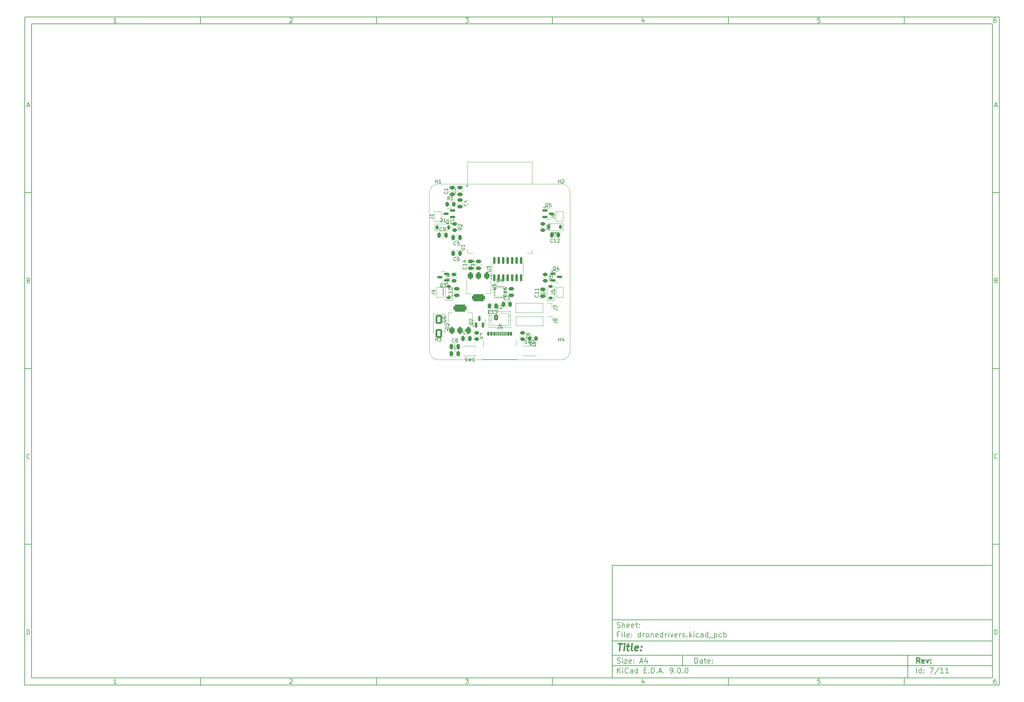
<source format=gbr>
%TF.GenerationSoftware,KiCad,Pcbnew,9.0.0*%
%TF.CreationDate,2025-03-29T01:57:50-05:00*%
%TF.ProjectId,dronedrivers,64726f6e-6564-4726-9976-6572732e6b69,rev?*%
%TF.SameCoordinates,Original*%
%TF.FileFunction,Legend,Top*%
%TF.FilePolarity,Positive*%
%FSLAX46Y46*%
G04 Gerber Fmt 4.6, Leading zero omitted, Abs format (unit mm)*
G04 Created by KiCad (PCBNEW 9.0.0) date 2025-03-29 01:57:50*
%MOMM*%
%LPD*%
G01*
G04 APERTURE LIST*
G04 Aperture macros list*
%AMRoundRect*
0 Rectangle with rounded corners*
0 $1 Rounding radius*
0 $2 $3 $4 $5 $6 $7 $8 $9 X,Y pos of 4 corners*
0 Add a 4 corners polygon primitive as box body*
4,1,4,$2,$3,$4,$5,$6,$7,$8,$9,$2,$3,0*
0 Add four circle primitives for the rounded corners*
1,1,$1+$1,$2,$3*
1,1,$1+$1,$4,$5*
1,1,$1+$1,$6,$7*
1,1,$1+$1,$8,$9*
0 Add four rect primitives between the rounded corners*
20,1,$1+$1,$2,$3,$4,$5,0*
20,1,$1+$1,$4,$5,$6,$7,0*
20,1,$1+$1,$6,$7,$8,$9,0*
20,1,$1+$1,$8,$9,$2,$3,0*%
%AMFreePoly0*
4,1,6,1.000000,0.000000,0.500000,-0.750000,-0.500000,-0.750000,-0.500000,0.750000,0.500000,0.750000,1.000000,0.000000,1.000000,0.000000,$1*%
%AMFreePoly1*
4,1,6,0.500000,-0.750000,-0.650000,-0.750000,-0.150000,0.000000,-0.650000,0.750000,0.500000,0.750000,0.500000,-0.750000,0.500000,-0.750000,$1*%
G04 Aperture macros list end*
%ADD10C,0.100000*%
%ADD11C,0.150000*%
%ADD12C,0.300000*%
%ADD13C,0.400000*%
%ADD14C,0.120000*%
%ADD15RoundRect,0.250000X-0.650000X1.000000X-0.650000X-1.000000X0.650000X-1.000000X0.650000X1.000000X0*%
%ADD16RoundRect,0.375000X0.375000X-0.625000X0.375000X0.625000X-0.375000X0.625000X-0.375000X-0.625000X0*%
%ADD17RoundRect,0.500000X1.400000X-0.500000X1.400000X0.500000X-1.400000X0.500000X-1.400000X-0.500000X0*%
%ADD18RoundRect,0.250000X0.262500X0.450000X-0.262500X0.450000X-0.262500X-0.450000X0.262500X-0.450000X0*%
%ADD19RoundRect,0.250000X-0.450000X0.262500X-0.450000X-0.262500X0.450000X-0.262500X0.450000X0.262500X0*%
%ADD20R,0.900000X1.700000*%
%ADD21RoundRect,0.225000X0.225000X0.375000X-0.225000X0.375000X-0.225000X-0.375000X0.225000X-0.375000X0*%
%ADD22RoundRect,0.250000X-0.250000X-0.475000X0.250000X-0.475000X0.250000X0.475000X-0.250000X0.475000X0*%
%ADD23R,1.500000X0.900000*%
%ADD24R,0.900000X1.500000*%
%ADD25C,0.600000*%
%ADD26R,3.900000X3.900000*%
%ADD27O,1.000000X1.800000*%
%ADD28O,1.000000X2.100000*%
%ADD29RoundRect,0.150000X-0.150000X-0.425000X0.150000X-0.425000X0.150000X0.425000X-0.150000X0.425000X0*%
%ADD30RoundRect,0.075000X-0.075000X-0.500000X0.075000X-0.500000X0.075000X0.500000X-0.075000X0.500000X0*%
%ADD31C,0.650000*%
%ADD32C,2.100000*%
%ADD33RoundRect,0.150000X0.150000X-0.825000X0.150000X0.825000X-0.150000X0.825000X-0.150000X-0.825000X0*%
%ADD34RoundRect,0.250000X0.475000X-0.250000X0.475000X0.250000X-0.475000X0.250000X-0.475000X-0.250000X0*%
%ADD35FreePoly0,90.000000*%
%ADD36FreePoly1,90.000000*%
%ADD37RoundRect,0.225000X0.375000X-0.225000X0.375000X0.225000X-0.375000X0.225000X-0.375000X-0.225000X0*%
%ADD38R,1.700000X1.700000*%
%ADD39O,1.700000X1.700000*%
%ADD40O,1.200000X1.750000*%
%ADD41RoundRect,0.250000X-0.350000X-0.625000X0.350000X-0.625000X0.350000X0.625000X-0.350000X0.625000X0*%
%ADD42RoundRect,0.150000X0.587500X0.150000X-0.587500X0.150000X-0.587500X-0.150000X0.587500X-0.150000X0*%
%ADD43RoundRect,0.150000X-0.587500X-0.150000X0.587500X-0.150000X0.587500X0.150000X-0.587500X0.150000X0*%
%ADD44RoundRect,0.250000X0.450000X-0.262500X0.450000X0.262500X-0.450000X0.262500X-0.450000X-0.262500X0*%
%ADD45RoundRect,0.150000X0.150000X-0.587500X0.150000X0.587500X-0.150000X0.587500X-0.150000X-0.587500X0*%
%ADD46RoundRect,0.250000X-0.262500X-0.450000X0.262500X-0.450000X0.262500X0.450000X-0.262500X0.450000X0*%
%ADD47RoundRect,0.375000X-0.375000X0.625000X-0.375000X-0.625000X0.375000X-0.625000X0.375000X0.625000X0*%
%ADD48RoundRect,0.500000X-1.400000X0.500000X-1.400000X-0.500000X1.400000X-0.500000X1.400000X0.500000X0*%
%ADD49RoundRect,0.050000X-0.225000X-0.050000X0.225000X-0.050000X0.225000X0.050000X-0.225000X0.050000X0*%
%ADD50RoundRect,0.050000X0.050000X-0.225000X0.050000X0.225000X-0.050000X0.225000X-0.050000X-0.225000X0*%
%ADD51RoundRect,0.250000X-0.475000X0.250000X-0.475000X-0.250000X0.475000X-0.250000X0.475000X0.250000X0*%
%ADD52RoundRect,0.250000X0.250000X0.475000X-0.250000X0.475000X-0.250000X-0.475000X0.250000X-0.475000X0*%
%ADD53RoundRect,0.225000X-0.225000X-0.375000X0.225000X-0.375000X0.225000X0.375000X-0.225000X0.375000X0*%
%TA.AperFunction,Profile*%
%ADD54C,0.050000*%
%TD*%
G04 APERTURE END LIST*
D10*
D11*
X177002200Y-166007200D02*
X285002200Y-166007200D01*
X285002200Y-198007200D01*
X177002200Y-198007200D01*
X177002200Y-166007200D01*
D10*
D11*
X10000000Y-10000000D02*
X287002200Y-10000000D01*
X287002200Y-200007200D01*
X10000000Y-200007200D01*
X10000000Y-10000000D01*
D10*
D11*
X12000000Y-12000000D02*
X285002200Y-12000000D01*
X285002200Y-198007200D01*
X12000000Y-198007200D01*
X12000000Y-12000000D01*
D10*
D11*
X60000000Y-12000000D02*
X60000000Y-10000000D01*
D10*
D11*
X110000000Y-12000000D02*
X110000000Y-10000000D01*
D10*
D11*
X160000000Y-12000000D02*
X160000000Y-10000000D01*
D10*
D11*
X210000000Y-12000000D02*
X210000000Y-10000000D01*
D10*
D11*
X260000000Y-12000000D02*
X260000000Y-10000000D01*
D10*
D11*
X36089160Y-11593604D02*
X35346303Y-11593604D01*
X35717731Y-11593604D02*
X35717731Y-10293604D01*
X35717731Y-10293604D02*
X35593922Y-10479319D01*
X35593922Y-10479319D02*
X35470112Y-10603128D01*
X35470112Y-10603128D02*
X35346303Y-10665033D01*
D10*
D11*
X85346303Y-10417414D02*
X85408207Y-10355509D01*
X85408207Y-10355509D02*
X85532017Y-10293604D01*
X85532017Y-10293604D02*
X85841541Y-10293604D01*
X85841541Y-10293604D02*
X85965350Y-10355509D01*
X85965350Y-10355509D02*
X86027255Y-10417414D01*
X86027255Y-10417414D02*
X86089160Y-10541223D01*
X86089160Y-10541223D02*
X86089160Y-10665033D01*
X86089160Y-10665033D02*
X86027255Y-10850747D01*
X86027255Y-10850747D02*
X85284398Y-11593604D01*
X85284398Y-11593604D02*
X86089160Y-11593604D01*
D10*
D11*
X135284398Y-10293604D02*
X136089160Y-10293604D01*
X136089160Y-10293604D02*
X135655826Y-10788842D01*
X135655826Y-10788842D02*
X135841541Y-10788842D01*
X135841541Y-10788842D02*
X135965350Y-10850747D01*
X135965350Y-10850747D02*
X136027255Y-10912652D01*
X136027255Y-10912652D02*
X136089160Y-11036461D01*
X136089160Y-11036461D02*
X136089160Y-11345985D01*
X136089160Y-11345985D02*
X136027255Y-11469795D01*
X136027255Y-11469795D02*
X135965350Y-11531700D01*
X135965350Y-11531700D02*
X135841541Y-11593604D01*
X135841541Y-11593604D02*
X135470112Y-11593604D01*
X135470112Y-11593604D02*
X135346303Y-11531700D01*
X135346303Y-11531700D02*
X135284398Y-11469795D01*
D10*
D11*
X185965350Y-10726938D02*
X185965350Y-11593604D01*
X185655826Y-10231700D02*
X185346303Y-11160271D01*
X185346303Y-11160271D02*
X186151064Y-11160271D01*
D10*
D11*
X236027255Y-10293604D02*
X235408207Y-10293604D01*
X235408207Y-10293604D02*
X235346303Y-10912652D01*
X235346303Y-10912652D02*
X235408207Y-10850747D01*
X235408207Y-10850747D02*
X235532017Y-10788842D01*
X235532017Y-10788842D02*
X235841541Y-10788842D01*
X235841541Y-10788842D02*
X235965350Y-10850747D01*
X235965350Y-10850747D02*
X236027255Y-10912652D01*
X236027255Y-10912652D02*
X236089160Y-11036461D01*
X236089160Y-11036461D02*
X236089160Y-11345985D01*
X236089160Y-11345985D02*
X236027255Y-11469795D01*
X236027255Y-11469795D02*
X235965350Y-11531700D01*
X235965350Y-11531700D02*
X235841541Y-11593604D01*
X235841541Y-11593604D02*
X235532017Y-11593604D01*
X235532017Y-11593604D02*
X235408207Y-11531700D01*
X235408207Y-11531700D02*
X235346303Y-11469795D01*
D10*
D11*
X285965350Y-10293604D02*
X285717731Y-10293604D01*
X285717731Y-10293604D02*
X285593922Y-10355509D01*
X285593922Y-10355509D02*
X285532017Y-10417414D01*
X285532017Y-10417414D02*
X285408207Y-10603128D01*
X285408207Y-10603128D02*
X285346303Y-10850747D01*
X285346303Y-10850747D02*
X285346303Y-11345985D01*
X285346303Y-11345985D02*
X285408207Y-11469795D01*
X285408207Y-11469795D02*
X285470112Y-11531700D01*
X285470112Y-11531700D02*
X285593922Y-11593604D01*
X285593922Y-11593604D02*
X285841541Y-11593604D01*
X285841541Y-11593604D02*
X285965350Y-11531700D01*
X285965350Y-11531700D02*
X286027255Y-11469795D01*
X286027255Y-11469795D02*
X286089160Y-11345985D01*
X286089160Y-11345985D02*
X286089160Y-11036461D01*
X286089160Y-11036461D02*
X286027255Y-10912652D01*
X286027255Y-10912652D02*
X285965350Y-10850747D01*
X285965350Y-10850747D02*
X285841541Y-10788842D01*
X285841541Y-10788842D02*
X285593922Y-10788842D01*
X285593922Y-10788842D02*
X285470112Y-10850747D01*
X285470112Y-10850747D02*
X285408207Y-10912652D01*
X285408207Y-10912652D02*
X285346303Y-11036461D01*
D10*
D11*
X60000000Y-198007200D02*
X60000000Y-200007200D01*
D10*
D11*
X110000000Y-198007200D02*
X110000000Y-200007200D01*
D10*
D11*
X160000000Y-198007200D02*
X160000000Y-200007200D01*
D10*
D11*
X210000000Y-198007200D02*
X210000000Y-200007200D01*
D10*
D11*
X260000000Y-198007200D02*
X260000000Y-200007200D01*
D10*
D11*
X36089160Y-199600804D02*
X35346303Y-199600804D01*
X35717731Y-199600804D02*
X35717731Y-198300804D01*
X35717731Y-198300804D02*
X35593922Y-198486519D01*
X35593922Y-198486519D02*
X35470112Y-198610328D01*
X35470112Y-198610328D02*
X35346303Y-198672233D01*
D10*
D11*
X85346303Y-198424614D02*
X85408207Y-198362709D01*
X85408207Y-198362709D02*
X85532017Y-198300804D01*
X85532017Y-198300804D02*
X85841541Y-198300804D01*
X85841541Y-198300804D02*
X85965350Y-198362709D01*
X85965350Y-198362709D02*
X86027255Y-198424614D01*
X86027255Y-198424614D02*
X86089160Y-198548423D01*
X86089160Y-198548423D02*
X86089160Y-198672233D01*
X86089160Y-198672233D02*
X86027255Y-198857947D01*
X86027255Y-198857947D02*
X85284398Y-199600804D01*
X85284398Y-199600804D02*
X86089160Y-199600804D01*
D10*
D11*
X135284398Y-198300804D02*
X136089160Y-198300804D01*
X136089160Y-198300804D02*
X135655826Y-198796042D01*
X135655826Y-198796042D02*
X135841541Y-198796042D01*
X135841541Y-198796042D02*
X135965350Y-198857947D01*
X135965350Y-198857947D02*
X136027255Y-198919852D01*
X136027255Y-198919852D02*
X136089160Y-199043661D01*
X136089160Y-199043661D02*
X136089160Y-199353185D01*
X136089160Y-199353185D02*
X136027255Y-199476995D01*
X136027255Y-199476995D02*
X135965350Y-199538900D01*
X135965350Y-199538900D02*
X135841541Y-199600804D01*
X135841541Y-199600804D02*
X135470112Y-199600804D01*
X135470112Y-199600804D02*
X135346303Y-199538900D01*
X135346303Y-199538900D02*
X135284398Y-199476995D01*
D10*
D11*
X185965350Y-198734138D02*
X185965350Y-199600804D01*
X185655826Y-198238900D02*
X185346303Y-199167471D01*
X185346303Y-199167471D02*
X186151064Y-199167471D01*
D10*
D11*
X236027255Y-198300804D02*
X235408207Y-198300804D01*
X235408207Y-198300804D02*
X235346303Y-198919852D01*
X235346303Y-198919852D02*
X235408207Y-198857947D01*
X235408207Y-198857947D02*
X235532017Y-198796042D01*
X235532017Y-198796042D02*
X235841541Y-198796042D01*
X235841541Y-198796042D02*
X235965350Y-198857947D01*
X235965350Y-198857947D02*
X236027255Y-198919852D01*
X236027255Y-198919852D02*
X236089160Y-199043661D01*
X236089160Y-199043661D02*
X236089160Y-199353185D01*
X236089160Y-199353185D02*
X236027255Y-199476995D01*
X236027255Y-199476995D02*
X235965350Y-199538900D01*
X235965350Y-199538900D02*
X235841541Y-199600804D01*
X235841541Y-199600804D02*
X235532017Y-199600804D01*
X235532017Y-199600804D02*
X235408207Y-199538900D01*
X235408207Y-199538900D02*
X235346303Y-199476995D01*
D10*
D11*
X285965350Y-198300804D02*
X285717731Y-198300804D01*
X285717731Y-198300804D02*
X285593922Y-198362709D01*
X285593922Y-198362709D02*
X285532017Y-198424614D01*
X285532017Y-198424614D02*
X285408207Y-198610328D01*
X285408207Y-198610328D02*
X285346303Y-198857947D01*
X285346303Y-198857947D02*
X285346303Y-199353185D01*
X285346303Y-199353185D02*
X285408207Y-199476995D01*
X285408207Y-199476995D02*
X285470112Y-199538900D01*
X285470112Y-199538900D02*
X285593922Y-199600804D01*
X285593922Y-199600804D02*
X285841541Y-199600804D01*
X285841541Y-199600804D02*
X285965350Y-199538900D01*
X285965350Y-199538900D02*
X286027255Y-199476995D01*
X286027255Y-199476995D02*
X286089160Y-199353185D01*
X286089160Y-199353185D02*
X286089160Y-199043661D01*
X286089160Y-199043661D02*
X286027255Y-198919852D01*
X286027255Y-198919852D02*
X285965350Y-198857947D01*
X285965350Y-198857947D02*
X285841541Y-198796042D01*
X285841541Y-198796042D02*
X285593922Y-198796042D01*
X285593922Y-198796042D02*
X285470112Y-198857947D01*
X285470112Y-198857947D02*
X285408207Y-198919852D01*
X285408207Y-198919852D02*
X285346303Y-199043661D01*
D10*
D11*
X10000000Y-60000000D02*
X12000000Y-60000000D01*
D10*
D11*
X10000000Y-110000000D02*
X12000000Y-110000000D01*
D10*
D11*
X10000000Y-160000000D02*
X12000000Y-160000000D01*
D10*
D11*
X10690476Y-35222176D02*
X11309523Y-35222176D01*
X10566666Y-35593604D02*
X10999999Y-34293604D01*
X10999999Y-34293604D02*
X11433333Y-35593604D01*
D10*
D11*
X11092857Y-84912652D02*
X11278571Y-84974557D01*
X11278571Y-84974557D02*
X11340476Y-85036461D01*
X11340476Y-85036461D02*
X11402380Y-85160271D01*
X11402380Y-85160271D02*
X11402380Y-85345985D01*
X11402380Y-85345985D02*
X11340476Y-85469795D01*
X11340476Y-85469795D02*
X11278571Y-85531700D01*
X11278571Y-85531700D02*
X11154761Y-85593604D01*
X11154761Y-85593604D02*
X10659523Y-85593604D01*
X10659523Y-85593604D02*
X10659523Y-84293604D01*
X10659523Y-84293604D02*
X11092857Y-84293604D01*
X11092857Y-84293604D02*
X11216666Y-84355509D01*
X11216666Y-84355509D02*
X11278571Y-84417414D01*
X11278571Y-84417414D02*
X11340476Y-84541223D01*
X11340476Y-84541223D02*
X11340476Y-84665033D01*
X11340476Y-84665033D02*
X11278571Y-84788842D01*
X11278571Y-84788842D02*
X11216666Y-84850747D01*
X11216666Y-84850747D02*
X11092857Y-84912652D01*
X11092857Y-84912652D02*
X10659523Y-84912652D01*
D10*
D11*
X11402380Y-135469795D02*
X11340476Y-135531700D01*
X11340476Y-135531700D02*
X11154761Y-135593604D01*
X11154761Y-135593604D02*
X11030952Y-135593604D01*
X11030952Y-135593604D02*
X10845238Y-135531700D01*
X10845238Y-135531700D02*
X10721428Y-135407890D01*
X10721428Y-135407890D02*
X10659523Y-135284080D01*
X10659523Y-135284080D02*
X10597619Y-135036461D01*
X10597619Y-135036461D02*
X10597619Y-134850747D01*
X10597619Y-134850747D02*
X10659523Y-134603128D01*
X10659523Y-134603128D02*
X10721428Y-134479319D01*
X10721428Y-134479319D02*
X10845238Y-134355509D01*
X10845238Y-134355509D02*
X11030952Y-134293604D01*
X11030952Y-134293604D02*
X11154761Y-134293604D01*
X11154761Y-134293604D02*
X11340476Y-134355509D01*
X11340476Y-134355509D02*
X11402380Y-134417414D01*
D10*
D11*
X10659523Y-185593604D02*
X10659523Y-184293604D01*
X10659523Y-184293604D02*
X10969047Y-184293604D01*
X10969047Y-184293604D02*
X11154761Y-184355509D01*
X11154761Y-184355509D02*
X11278571Y-184479319D01*
X11278571Y-184479319D02*
X11340476Y-184603128D01*
X11340476Y-184603128D02*
X11402380Y-184850747D01*
X11402380Y-184850747D02*
X11402380Y-185036461D01*
X11402380Y-185036461D02*
X11340476Y-185284080D01*
X11340476Y-185284080D02*
X11278571Y-185407890D01*
X11278571Y-185407890D02*
X11154761Y-185531700D01*
X11154761Y-185531700D02*
X10969047Y-185593604D01*
X10969047Y-185593604D02*
X10659523Y-185593604D01*
D10*
D11*
X287002200Y-60000000D02*
X285002200Y-60000000D01*
D10*
D11*
X287002200Y-110000000D02*
X285002200Y-110000000D01*
D10*
D11*
X287002200Y-160000000D02*
X285002200Y-160000000D01*
D10*
D11*
X285692676Y-35222176D02*
X286311723Y-35222176D01*
X285568866Y-35593604D02*
X286002199Y-34293604D01*
X286002199Y-34293604D02*
X286435533Y-35593604D01*
D10*
D11*
X286095057Y-84912652D02*
X286280771Y-84974557D01*
X286280771Y-84974557D02*
X286342676Y-85036461D01*
X286342676Y-85036461D02*
X286404580Y-85160271D01*
X286404580Y-85160271D02*
X286404580Y-85345985D01*
X286404580Y-85345985D02*
X286342676Y-85469795D01*
X286342676Y-85469795D02*
X286280771Y-85531700D01*
X286280771Y-85531700D02*
X286156961Y-85593604D01*
X286156961Y-85593604D02*
X285661723Y-85593604D01*
X285661723Y-85593604D02*
X285661723Y-84293604D01*
X285661723Y-84293604D02*
X286095057Y-84293604D01*
X286095057Y-84293604D02*
X286218866Y-84355509D01*
X286218866Y-84355509D02*
X286280771Y-84417414D01*
X286280771Y-84417414D02*
X286342676Y-84541223D01*
X286342676Y-84541223D02*
X286342676Y-84665033D01*
X286342676Y-84665033D02*
X286280771Y-84788842D01*
X286280771Y-84788842D02*
X286218866Y-84850747D01*
X286218866Y-84850747D02*
X286095057Y-84912652D01*
X286095057Y-84912652D02*
X285661723Y-84912652D01*
D10*
D11*
X286404580Y-135469795D02*
X286342676Y-135531700D01*
X286342676Y-135531700D02*
X286156961Y-135593604D01*
X286156961Y-135593604D02*
X286033152Y-135593604D01*
X286033152Y-135593604D02*
X285847438Y-135531700D01*
X285847438Y-135531700D02*
X285723628Y-135407890D01*
X285723628Y-135407890D02*
X285661723Y-135284080D01*
X285661723Y-135284080D02*
X285599819Y-135036461D01*
X285599819Y-135036461D02*
X285599819Y-134850747D01*
X285599819Y-134850747D02*
X285661723Y-134603128D01*
X285661723Y-134603128D02*
X285723628Y-134479319D01*
X285723628Y-134479319D02*
X285847438Y-134355509D01*
X285847438Y-134355509D02*
X286033152Y-134293604D01*
X286033152Y-134293604D02*
X286156961Y-134293604D01*
X286156961Y-134293604D02*
X286342676Y-134355509D01*
X286342676Y-134355509D02*
X286404580Y-134417414D01*
D10*
D11*
X285661723Y-185593604D02*
X285661723Y-184293604D01*
X285661723Y-184293604D02*
X285971247Y-184293604D01*
X285971247Y-184293604D02*
X286156961Y-184355509D01*
X286156961Y-184355509D02*
X286280771Y-184479319D01*
X286280771Y-184479319D02*
X286342676Y-184603128D01*
X286342676Y-184603128D02*
X286404580Y-184850747D01*
X286404580Y-184850747D02*
X286404580Y-185036461D01*
X286404580Y-185036461D02*
X286342676Y-185284080D01*
X286342676Y-185284080D02*
X286280771Y-185407890D01*
X286280771Y-185407890D02*
X286156961Y-185531700D01*
X286156961Y-185531700D02*
X285971247Y-185593604D01*
X285971247Y-185593604D02*
X285661723Y-185593604D01*
D10*
D11*
X200458026Y-193793328D02*
X200458026Y-192293328D01*
X200458026Y-192293328D02*
X200815169Y-192293328D01*
X200815169Y-192293328D02*
X201029455Y-192364757D01*
X201029455Y-192364757D02*
X201172312Y-192507614D01*
X201172312Y-192507614D02*
X201243741Y-192650471D01*
X201243741Y-192650471D02*
X201315169Y-192936185D01*
X201315169Y-192936185D02*
X201315169Y-193150471D01*
X201315169Y-193150471D02*
X201243741Y-193436185D01*
X201243741Y-193436185D02*
X201172312Y-193579042D01*
X201172312Y-193579042D02*
X201029455Y-193721900D01*
X201029455Y-193721900D02*
X200815169Y-193793328D01*
X200815169Y-193793328D02*
X200458026Y-193793328D01*
X202600884Y-193793328D02*
X202600884Y-193007614D01*
X202600884Y-193007614D02*
X202529455Y-192864757D01*
X202529455Y-192864757D02*
X202386598Y-192793328D01*
X202386598Y-192793328D02*
X202100884Y-192793328D01*
X202100884Y-192793328D02*
X201958026Y-192864757D01*
X202600884Y-193721900D02*
X202458026Y-193793328D01*
X202458026Y-193793328D02*
X202100884Y-193793328D01*
X202100884Y-193793328D02*
X201958026Y-193721900D01*
X201958026Y-193721900D02*
X201886598Y-193579042D01*
X201886598Y-193579042D02*
X201886598Y-193436185D01*
X201886598Y-193436185D02*
X201958026Y-193293328D01*
X201958026Y-193293328D02*
X202100884Y-193221900D01*
X202100884Y-193221900D02*
X202458026Y-193221900D01*
X202458026Y-193221900D02*
X202600884Y-193150471D01*
X203100884Y-192793328D02*
X203672312Y-192793328D01*
X203315169Y-192293328D02*
X203315169Y-193579042D01*
X203315169Y-193579042D02*
X203386598Y-193721900D01*
X203386598Y-193721900D02*
X203529455Y-193793328D01*
X203529455Y-193793328D02*
X203672312Y-193793328D01*
X204743741Y-193721900D02*
X204600884Y-193793328D01*
X204600884Y-193793328D02*
X204315170Y-193793328D01*
X204315170Y-193793328D02*
X204172312Y-193721900D01*
X204172312Y-193721900D02*
X204100884Y-193579042D01*
X204100884Y-193579042D02*
X204100884Y-193007614D01*
X204100884Y-193007614D02*
X204172312Y-192864757D01*
X204172312Y-192864757D02*
X204315170Y-192793328D01*
X204315170Y-192793328D02*
X204600884Y-192793328D01*
X204600884Y-192793328D02*
X204743741Y-192864757D01*
X204743741Y-192864757D02*
X204815170Y-193007614D01*
X204815170Y-193007614D02*
X204815170Y-193150471D01*
X204815170Y-193150471D02*
X204100884Y-193293328D01*
X205458026Y-193650471D02*
X205529455Y-193721900D01*
X205529455Y-193721900D02*
X205458026Y-193793328D01*
X205458026Y-193793328D02*
X205386598Y-193721900D01*
X205386598Y-193721900D02*
X205458026Y-193650471D01*
X205458026Y-193650471D02*
X205458026Y-193793328D01*
X205458026Y-192864757D02*
X205529455Y-192936185D01*
X205529455Y-192936185D02*
X205458026Y-193007614D01*
X205458026Y-193007614D02*
X205386598Y-192936185D01*
X205386598Y-192936185D02*
X205458026Y-192864757D01*
X205458026Y-192864757D02*
X205458026Y-193007614D01*
D10*
D11*
X177002200Y-194507200D02*
X285002200Y-194507200D01*
D10*
D11*
X178458026Y-196593328D02*
X178458026Y-195093328D01*
X179315169Y-196593328D02*
X178672312Y-195736185D01*
X179315169Y-195093328D02*
X178458026Y-195950471D01*
X179958026Y-196593328D02*
X179958026Y-195593328D01*
X179958026Y-195093328D02*
X179886598Y-195164757D01*
X179886598Y-195164757D02*
X179958026Y-195236185D01*
X179958026Y-195236185D02*
X180029455Y-195164757D01*
X180029455Y-195164757D02*
X179958026Y-195093328D01*
X179958026Y-195093328D02*
X179958026Y-195236185D01*
X181529455Y-196450471D02*
X181458027Y-196521900D01*
X181458027Y-196521900D02*
X181243741Y-196593328D01*
X181243741Y-196593328D02*
X181100884Y-196593328D01*
X181100884Y-196593328D02*
X180886598Y-196521900D01*
X180886598Y-196521900D02*
X180743741Y-196379042D01*
X180743741Y-196379042D02*
X180672312Y-196236185D01*
X180672312Y-196236185D02*
X180600884Y-195950471D01*
X180600884Y-195950471D02*
X180600884Y-195736185D01*
X180600884Y-195736185D02*
X180672312Y-195450471D01*
X180672312Y-195450471D02*
X180743741Y-195307614D01*
X180743741Y-195307614D02*
X180886598Y-195164757D01*
X180886598Y-195164757D02*
X181100884Y-195093328D01*
X181100884Y-195093328D02*
X181243741Y-195093328D01*
X181243741Y-195093328D02*
X181458027Y-195164757D01*
X181458027Y-195164757D02*
X181529455Y-195236185D01*
X182815170Y-196593328D02*
X182815170Y-195807614D01*
X182815170Y-195807614D02*
X182743741Y-195664757D01*
X182743741Y-195664757D02*
X182600884Y-195593328D01*
X182600884Y-195593328D02*
X182315170Y-195593328D01*
X182315170Y-195593328D02*
X182172312Y-195664757D01*
X182815170Y-196521900D02*
X182672312Y-196593328D01*
X182672312Y-196593328D02*
X182315170Y-196593328D01*
X182315170Y-196593328D02*
X182172312Y-196521900D01*
X182172312Y-196521900D02*
X182100884Y-196379042D01*
X182100884Y-196379042D02*
X182100884Y-196236185D01*
X182100884Y-196236185D02*
X182172312Y-196093328D01*
X182172312Y-196093328D02*
X182315170Y-196021900D01*
X182315170Y-196021900D02*
X182672312Y-196021900D01*
X182672312Y-196021900D02*
X182815170Y-195950471D01*
X184172313Y-196593328D02*
X184172313Y-195093328D01*
X184172313Y-196521900D02*
X184029455Y-196593328D01*
X184029455Y-196593328D02*
X183743741Y-196593328D01*
X183743741Y-196593328D02*
X183600884Y-196521900D01*
X183600884Y-196521900D02*
X183529455Y-196450471D01*
X183529455Y-196450471D02*
X183458027Y-196307614D01*
X183458027Y-196307614D02*
X183458027Y-195879042D01*
X183458027Y-195879042D02*
X183529455Y-195736185D01*
X183529455Y-195736185D02*
X183600884Y-195664757D01*
X183600884Y-195664757D02*
X183743741Y-195593328D01*
X183743741Y-195593328D02*
X184029455Y-195593328D01*
X184029455Y-195593328D02*
X184172313Y-195664757D01*
X186029455Y-195807614D02*
X186529455Y-195807614D01*
X186743741Y-196593328D02*
X186029455Y-196593328D01*
X186029455Y-196593328D02*
X186029455Y-195093328D01*
X186029455Y-195093328D02*
X186743741Y-195093328D01*
X187386598Y-196450471D02*
X187458027Y-196521900D01*
X187458027Y-196521900D02*
X187386598Y-196593328D01*
X187386598Y-196593328D02*
X187315170Y-196521900D01*
X187315170Y-196521900D02*
X187386598Y-196450471D01*
X187386598Y-196450471D02*
X187386598Y-196593328D01*
X188100884Y-196593328D02*
X188100884Y-195093328D01*
X188100884Y-195093328D02*
X188458027Y-195093328D01*
X188458027Y-195093328D02*
X188672313Y-195164757D01*
X188672313Y-195164757D02*
X188815170Y-195307614D01*
X188815170Y-195307614D02*
X188886599Y-195450471D01*
X188886599Y-195450471D02*
X188958027Y-195736185D01*
X188958027Y-195736185D02*
X188958027Y-195950471D01*
X188958027Y-195950471D02*
X188886599Y-196236185D01*
X188886599Y-196236185D02*
X188815170Y-196379042D01*
X188815170Y-196379042D02*
X188672313Y-196521900D01*
X188672313Y-196521900D02*
X188458027Y-196593328D01*
X188458027Y-196593328D02*
X188100884Y-196593328D01*
X189600884Y-196450471D02*
X189672313Y-196521900D01*
X189672313Y-196521900D02*
X189600884Y-196593328D01*
X189600884Y-196593328D02*
X189529456Y-196521900D01*
X189529456Y-196521900D02*
X189600884Y-196450471D01*
X189600884Y-196450471D02*
X189600884Y-196593328D01*
X190243742Y-196164757D02*
X190958028Y-196164757D01*
X190100885Y-196593328D02*
X190600885Y-195093328D01*
X190600885Y-195093328D02*
X191100885Y-196593328D01*
X191600884Y-196450471D02*
X191672313Y-196521900D01*
X191672313Y-196521900D02*
X191600884Y-196593328D01*
X191600884Y-196593328D02*
X191529456Y-196521900D01*
X191529456Y-196521900D02*
X191600884Y-196450471D01*
X191600884Y-196450471D02*
X191600884Y-196593328D01*
X193529456Y-196593328D02*
X193815170Y-196593328D01*
X193815170Y-196593328D02*
X193958027Y-196521900D01*
X193958027Y-196521900D02*
X194029456Y-196450471D01*
X194029456Y-196450471D02*
X194172313Y-196236185D01*
X194172313Y-196236185D02*
X194243742Y-195950471D01*
X194243742Y-195950471D02*
X194243742Y-195379042D01*
X194243742Y-195379042D02*
X194172313Y-195236185D01*
X194172313Y-195236185D02*
X194100885Y-195164757D01*
X194100885Y-195164757D02*
X193958027Y-195093328D01*
X193958027Y-195093328D02*
X193672313Y-195093328D01*
X193672313Y-195093328D02*
X193529456Y-195164757D01*
X193529456Y-195164757D02*
X193458027Y-195236185D01*
X193458027Y-195236185D02*
X193386599Y-195379042D01*
X193386599Y-195379042D02*
X193386599Y-195736185D01*
X193386599Y-195736185D02*
X193458027Y-195879042D01*
X193458027Y-195879042D02*
X193529456Y-195950471D01*
X193529456Y-195950471D02*
X193672313Y-196021900D01*
X193672313Y-196021900D02*
X193958027Y-196021900D01*
X193958027Y-196021900D02*
X194100885Y-195950471D01*
X194100885Y-195950471D02*
X194172313Y-195879042D01*
X194172313Y-195879042D02*
X194243742Y-195736185D01*
X194886598Y-196450471D02*
X194958027Y-196521900D01*
X194958027Y-196521900D02*
X194886598Y-196593328D01*
X194886598Y-196593328D02*
X194815170Y-196521900D01*
X194815170Y-196521900D02*
X194886598Y-196450471D01*
X194886598Y-196450471D02*
X194886598Y-196593328D01*
X195886599Y-195093328D02*
X196029456Y-195093328D01*
X196029456Y-195093328D02*
X196172313Y-195164757D01*
X196172313Y-195164757D02*
X196243742Y-195236185D01*
X196243742Y-195236185D02*
X196315170Y-195379042D01*
X196315170Y-195379042D02*
X196386599Y-195664757D01*
X196386599Y-195664757D02*
X196386599Y-196021900D01*
X196386599Y-196021900D02*
X196315170Y-196307614D01*
X196315170Y-196307614D02*
X196243742Y-196450471D01*
X196243742Y-196450471D02*
X196172313Y-196521900D01*
X196172313Y-196521900D02*
X196029456Y-196593328D01*
X196029456Y-196593328D02*
X195886599Y-196593328D01*
X195886599Y-196593328D02*
X195743742Y-196521900D01*
X195743742Y-196521900D02*
X195672313Y-196450471D01*
X195672313Y-196450471D02*
X195600884Y-196307614D01*
X195600884Y-196307614D02*
X195529456Y-196021900D01*
X195529456Y-196021900D02*
X195529456Y-195664757D01*
X195529456Y-195664757D02*
X195600884Y-195379042D01*
X195600884Y-195379042D02*
X195672313Y-195236185D01*
X195672313Y-195236185D02*
X195743742Y-195164757D01*
X195743742Y-195164757D02*
X195886599Y-195093328D01*
X197029455Y-196450471D02*
X197100884Y-196521900D01*
X197100884Y-196521900D02*
X197029455Y-196593328D01*
X197029455Y-196593328D02*
X196958027Y-196521900D01*
X196958027Y-196521900D02*
X197029455Y-196450471D01*
X197029455Y-196450471D02*
X197029455Y-196593328D01*
X198029456Y-195093328D02*
X198172313Y-195093328D01*
X198172313Y-195093328D02*
X198315170Y-195164757D01*
X198315170Y-195164757D02*
X198386599Y-195236185D01*
X198386599Y-195236185D02*
X198458027Y-195379042D01*
X198458027Y-195379042D02*
X198529456Y-195664757D01*
X198529456Y-195664757D02*
X198529456Y-196021900D01*
X198529456Y-196021900D02*
X198458027Y-196307614D01*
X198458027Y-196307614D02*
X198386599Y-196450471D01*
X198386599Y-196450471D02*
X198315170Y-196521900D01*
X198315170Y-196521900D02*
X198172313Y-196593328D01*
X198172313Y-196593328D02*
X198029456Y-196593328D01*
X198029456Y-196593328D02*
X197886599Y-196521900D01*
X197886599Y-196521900D02*
X197815170Y-196450471D01*
X197815170Y-196450471D02*
X197743741Y-196307614D01*
X197743741Y-196307614D02*
X197672313Y-196021900D01*
X197672313Y-196021900D02*
X197672313Y-195664757D01*
X197672313Y-195664757D02*
X197743741Y-195379042D01*
X197743741Y-195379042D02*
X197815170Y-195236185D01*
X197815170Y-195236185D02*
X197886599Y-195164757D01*
X197886599Y-195164757D02*
X198029456Y-195093328D01*
D10*
D11*
X177002200Y-191507200D02*
X285002200Y-191507200D01*
D10*
D12*
X264413853Y-193785528D02*
X263913853Y-193071242D01*
X263556710Y-193785528D02*
X263556710Y-192285528D01*
X263556710Y-192285528D02*
X264128139Y-192285528D01*
X264128139Y-192285528D02*
X264270996Y-192356957D01*
X264270996Y-192356957D02*
X264342425Y-192428385D01*
X264342425Y-192428385D02*
X264413853Y-192571242D01*
X264413853Y-192571242D02*
X264413853Y-192785528D01*
X264413853Y-192785528D02*
X264342425Y-192928385D01*
X264342425Y-192928385D02*
X264270996Y-192999814D01*
X264270996Y-192999814D02*
X264128139Y-193071242D01*
X264128139Y-193071242D02*
X263556710Y-193071242D01*
X265628139Y-193714100D02*
X265485282Y-193785528D01*
X265485282Y-193785528D02*
X265199568Y-193785528D01*
X265199568Y-193785528D02*
X265056710Y-193714100D01*
X265056710Y-193714100D02*
X264985282Y-193571242D01*
X264985282Y-193571242D02*
X264985282Y-192999814D01*
X264985282Y-192999814D02*
X265056710Y-192856957D01*
X265056710Y-192856957D02*
X265199568Y-192785528D01*
X265199568Y-192785528D02*
X265485282Y-192785528D01*
X265485282Y-192785528D02*
X265628139Y-192856957D01*
X265628139Y-192856957D02*
X265699568Y-192999814D01*
X265699568Y-192999814D02*
X265699568Y-193142671D01*
X265699568Y-193142671D02*
X264985282Y-193285528D01*
X266199567Y-192785528D02*
X266556710Y-193785528D01*
X266556710Y-193785528D02*
X266913853Y-192785528D01*
X267485281Y-193642671D02*
X267556710Y-193714100D01*
X267556710Y-193714100D02*
X267485281Y-193785528D01*
X267485281Y-193785528D02*
X267413853Y-193714100D01*
X267413853Y-193714100D02*
X267485281Y-193642671D01*
X267485281Y-193642671D02*
X267485281Y-193785528D01*
X267485281Y-192856957D02*
X267556710Y-192928385D01*
X267556710Y-192928385D02*
X267485281Y-192999814D01*
X267485281Y-192999814D02*
X267413853Y-192928385D01*
X267413853Y-192928385D02*
X267485281Y-192856957D01*
X267485281Y-192856957D02*
X267485281Y-192999814D01*
D10*
D11*
X178386598Y-193721900D02*
X178600884Y-193793328D01*
X178600884Y-193793328D02*
X178958026Y-193793328D01*
X178958026Y-193793328D02*
X179100884Y-193721900D01*
X179100884Y-193721900D02*
X179172312Y-193650471D01*
X179172312Y-193650471D02*
X179243741Y-193507614D01*
X179243741Y-193507614D02*
X179243741Y-193364757D01*
X179243741Y-193364757D02*
X179172312Y-193221900D01*
X179172312Y-193221900D02*
X179100884Y-193150471D01*
X179100884Y-193150471D02*
X178958026Y-193079042D01*
X178958026Y-193079042D02*
X178672312Y-193007614D01*
X178672312Y-193007614D02*
X178529455Y-192936185D01*
X178529455Y-192936185D02*
X178458026Y-192864757D01*
X178458026Y-192864757D02*
X178386598Y-192721900D01*
X178386598Y-192721900D02*
X178386598Y-192579042D01*
X178386598Y-192579042D02*
X178458026Y-192436185D01*
X178458026Y-192436185D02*
X178529455Y-192364757D01*
X178529455Y-192364757D02*
X178672312Y-192293328D01*
X178672312Y-192293328D02*
X179029455Y-192293328D01*
X179029455Y-192293328D02*
X179243741Y-192364757D01*
X179886597Y-193793328D02*
X179886597Y-192793328D01*
X179886597Y-192293328D02*
X179815169Y-192364757D01*
X179815169Y-192364757D02*
X179886597Y-192436185D01*
X179886597Y-192436185D02*
X179958026Y-192364757D01*
X179958026Y-192364757D02*
X179886597Y-192293328D01*
X179886597Y-192293328D02*
X179886597Y-192436185D01*
X180458026Y-192793328D02*
X181243741Y-192793328D01*
X181243741Y-192793328D02*
X180458026Y-193793328D01*
X180458026Y-193793328D02*
X181243741Y-193793328D01*
X182386598Y-193721900D02*
X182243741Y-193793328D01*
X182243741Y-193793328D02*
X181958027Y-193793328D01*
X181958027Y-193793328D02*
X181815169Y-193721900D01*
X181815169Y-193721900D02*
X181743741Y-193579042D01*
X181743741Y-193579042D02*
X181743741Y-193007614D01*
X181743741Y-193007614D02*
X181815169Y-192864757D01*
X181815169Y-192864757D02*
X181958027Y-192793328D01*
X181958027Y-192793328D02*
X182243741Y-192793328D01*
X182243741Y-192793328D02*
X182386598Y-192864757D01*
X182386598Y-192864757D02*
X182458027Y-193007614D01*
X182458027Y-193007614D02*
X182458027Y-193150471D01*
X182458027Y-193150471D02*
X181743741Y-193293328D01*
X183100883Y-193650471D02*
X183172312Y-193721900D01*
X183172312Y-193721900D02*
X183100883Y-193793328D01*
X183100883Y-193793328D02*
X183029455Y-193721900D01*
X183029455Y-193721900D02*
X183100883Y-193650471D01*
X183100883Y-193650471D02*
X183100883Y-193793328D01*
X183100883Y-192864757D02*
X183172312Y-192936185D01*
X183172312Y-192936185D02*
X183100883Y-193007614D01*
X183100883Y-193007614D02*
X183029455Y-192936185D01*
X183029455Y-192936185D02*
X183100883Y-192864757D01*
X183100883Y-192864757D02*
X183100883Y-193007614D01*
X184886598Y-193364757D02*
X185600884Y-193364757D01*
X184743741Y-193793328D02*
X185243741Y-192293328D01*
X185243741Y-192293328D02*
X185743741Y-193793328D01*
X186886598Y-192793328D02*
X186886598Y-193793328D01*
X186529455Y-192221900D02*
X186172312Y-193293328D01*
X186172312Y-193293328D02*
X187100883Y-193293328D01*
D10*
D11*
X263458026Y-196593328D02*
X263458026Y-195093328D01*
X264815170Y-196593328D02*
X264815170Y-195093328D01*
X264815170Y-196521900D02*
X264672312Y-196593328D01*
X264672312Y-196593328D02*
X264386598Y-196593328D01*
X264386598Y-196593328D02*
X264243741Y-196521900D01*
X264243741Y-196521900D02*
X264172312Y-196450471D01*
X264172312Y-196450471D02*
X264100884Y-196307614D01*
X264100884Y-196307614D02*
X264100884Y-195879042D01*
X264100884Y-195879042D02*
X264172312Y-195736185D01*
X264172312Y-195736185D02*
X264243741Y-195664757D01*
X264243741Y-195664757D02*
X264386598Y-195593328D01*
X264386598Y-195593328D02*
X264672312Y-195593328D01*
X264672312Y-195593328D02*
X264815170Y-195664757D01*
X265529455Y-196450471D02*
X265600884Y-196521900D01*
X265600884Y-196521900D02*
X265529455Y-196593328D01*
X265529455Y-196593328D02*
X265458027Y-196521900D01*
X265458027Y-196521900D02*
X265529455Y-196450471D01*
X265529455Y-196450471D02*
X265529455Y-196593328D01*
X265529455Y-195664757D02*
X265600884Y-195736185D01*
X265600884Y-195736185D02*
X265529455Y-195807614D01*
X265529455Y-195807614D02*
X265458027Y-195736185D01*
X265458027Y-195736185D02*
X265529455Y-195664757D01*
X265529455Y-195664757D02*
X265529455Y-195807614D01*
X267243741Y-195093328D02*
X268243741Y-195093328D01*
X268243741Y-195093328D02*
X267600884Y-196593328D01*
X269886598Y-195021900D02*
X268600884Y-196950471D01*
X271172313Y-196593328D02*
X270315170Y-196593328D01*
X270743741Y-196593328D02*
X270743741Y-195093328D01*
X270743741Y-195093328D02*
X270600884Y-195307614D01*
X270600884Y-195307614D02*
X270458027Y-195450471D01*
X270458027Y-195450471D02*
X270315170Y-195521900D01*
X272600884Y-196593328D02*
X271743741Y-196593328D01*
X272172312Y-196593328D02*
X272172312Y-195093328D01*
X272172312Y-195093328D02*
X272029455Y-195307614D01*
X272029455Y-195307614D02*
X271886598Y-195450471D01*
X271886598Y-195450471D02*
X271743741Y-195521900D01*
D10*
D11*
X177002200Y-187507200D02*
X285002200Y-187507200D01*
D10*
D13*
X178693928Y-188211638D02*
X179836785Y-188211638D01*
X179015357Y-190211638D02*
X179265357Y-188211638D01*
X180253452Y-190211638D02*
X180420119Y-188878304D01*
X180503452Y-188211638D02*
X180396309Y-188306876D01*
X180396309Y-188306876D02*
X180479643Y-188402114D01*
X180479643Y-188402114D02*
X180586786Y-188306876D01*
X180586786Y-188306876D02*
X180503452Y-188211638D01*
X180503452Y-188211638D02*
X180479643Y-188402114D01*
X181086786Y-188878304D02*
X181848690Y-188878304D01*
X181455833Y-188211638D02*
X181241548Y-189925923D01*
X181241548Y-189925923D02*
X181312976Y-190116400D01*
X181312976Y-190116400D02*
X181491548Y-190211638D01*
X181491548Y-190211638D02*
X181682024Y-190211638D01*
X182634405Y-190211638D02*
X182455833Y-190116400D01*
X182455833Y-190116400D02*
X182384405Y-189925923D01*
X182384405Y-189925923D02*
X182598690Y-188211638D01*
X184170119Y-190116400D02*
X183967738Y-190211638D01*
X183967738Y-190211638D02*
X183586785Y-190211638D01*
X183586785Y-190211638D02*
X183408214Y-190116400D01*
X183408214Y-190116400D02*
X183336785Y-189925923D01*
X183336785Y-189925923D02*
X183432024Y-189164019D01*
X183432024Y-189164019D02*
X183551071Y-188973542D01*
X183551071Y-188973542D02*
X183753452Y-188878304D01*
X183753452Y-188878304D02*
X184134404Y-188878304D01*
X184134404Y-188878304D02*
X184312976Y-188973542D01*
X184312976Y-188973542D02*
X184384404Y-189164019D01*
X184384404Y-189164019D02*
X184360595Y-189354495D01*
X184360595Y-189354495D02*
X183384404Y-189544971D01*
X185134405Y-190021161D02*
X185217738Y-190116400D01*
X185217738Y-190116400D02*
X185110595Y-190211638D01*
X185110595Y-190211638D02*
X185027262Y-190116400D01*
X185027262Y-190116400D02*
X185134405Y-190021161D01*
X185134405Y-190021161D02*
X185110595Y-190211638D01*
X185265357Y-188973542D02*
X185348690Y-189068780D01*
X185348690Y-189068780D02*
X185241548Y-189164019D01*
X185241548Y-189164019D02*
X185158214Y-189068780D01*
X185158214Y-189068780D02*
X185265357Y-188973542D01*
X185265357Y-188973542D02*
X185241548Y-189164019D01*
D10*
D11*
X178958026Y-185607614D02*
X178458026Y-185607614D01*
X178458026Y-186393328D02*
X178458026Y-184893328D01*
X178458026Y-184893328D02*
X179172312Y-184893328D01*
X179743740Y-186393328D02*
X179743740Y-185393328D01*
X179743740Y-184893328D02*
X179672312Y-184964757D01*
X179672312Y-184964757D02*
X179743740Y-185036185D01*
X179743740Y-185036185D02*
X179815169Y-184964757D01*
X179815169Y-184964757D02*
X179743740Y-184893328D01*
X179743740Y-184893328D02*
X179743740Y-185036185D01*
X180672312Y-186393328D02*
X180529455Y-186321900D01*
X180529455Y-186321900D02*
X180458026Y-186179042D01*
X180458026Y-186179042D02*
X180458026Y-184893328D01*
X181815169Y-186321900D02*
X181672312Y-186393328D01*
X181672312Y-186393328D02*
X181386598Y-186393328D01*
X181386598Y-186393328D02*
X181243740Y-186321900D01*
X181243740Y-186321900D02*
X181172312Y-186179042D01*
X181172312Y-186179042D02*
X181172312Y-185607614D01*
X181172312Y-185607614D02*
X181243740Y-185464757D01*
X181243740Y-185464757D02*
X181386598Y-185393328D01*
X181386598Y-185393328D02*
X181672312Y-185393328D01*
X181672312Y-185393328D02*
X181815169Y-185464757D01*
X181815169Y-185464757D02*
X181886598Y-185607614D01*
X181886598Y-185607614D02*
X181886598Y-185750471D01*
X181886598Y-185750471D02*
X181172312Y-185893328D01*
X182529454Y-186250471D02*
X182600883Y-186321900D01*
X182600883Y-186321900D02*
X182529454Y-186393328D01*
X182529454Y-186393328D02*
X182458026Y-186321900D01*
X182458026Y-186321900D02*
X182529454Y-186250471D01*
X182529454Y-186250471D02*
X182529454Y-186393328D01*
X182529454Y-185464757D02*
X182600883Y-185536185D01*
X182600883Y-185536185D02*
X182529454Y-185607614D01*
X182529454Y-185607614D02*
X182458026Y-185536185D01*
X182458026Y-185536185D02*
X182529454Y-185464757D01*
X182529454Y-185464757D02*
X182529454Y-185607614D01*
X185029455Y-186393328D02*
X185029455Y-184893328D01*
X185029455Y-186321900D02*
X184886597Y-186393328D01*
X184886597Y-186393328D02*
X184600883Y-186393328D01*
X184600883Y-186393328D02*
X184458026Y-186321900D01*
X184458026Y-186321900D02*
X184386597Y-186250471D01*
X184386597Y-186250471D02*
X184315169Y-186107614D01*
X184315169Y-186107614D02*
X184315169Y-185679042D01*
X184315169Y-185679042D02*
X184386597Y-185536185D01*
X184386597Y-185536185D02*
X184458026Y-185464757D01*
X184458026Y-185464757D02*
X184600883Y-185393328D01*
X184600883Y-185393328D02*
X184886597Y-185393328D01*
X184886597Y-185393328D02*
X185029455Y-185464757D01*
X185743740Y-186393328D02*
X185743740Y-185393328D01*
X185743740Y-185679042D02*
X185815169Y-185536185D01*
X185815169Y-185536185D02*
X185886598Y-185464757D01*
X185886598Y-185464757D02*
X186029455Y-185393328D01*
X186029455Y-185393328D02*
X186172312Y-185393328D01*
X186886597Y-186393328D02*
X186743740Y-186321900D01*
X186743740Y-186321900D02*
X186672311Y-186250471D01*
X186672311Y-186250471D02*
X186600883Y-186107614D01*
X186600883Y-186107614D02*
X186600883Y-185679042D01*
X186600883Y-185679042D02*
X186672311Y-185536185D01*
X186672311Y-185536185D02*
X186743740Y-185464757D01*
X186743740Y-185464757D02*
X186886597Y-185393328D01*
X186886597Y-185393328D02*
X187100883Y-185393328D01*
X187100883Y-185393328D02*
X187243740Y-185464757D01*
X187243740Y-185464757D02*
X187315169Y-185536185D01*
X187315169Y-185536185D02*
X187386597Y-185679042D01*
X187386597Y-185679042D02*
X187386597Y-186107614D01*
X187386597Y-186107614D02*
X187315169Y-186250471D01*
X187315169Y-186250471D02*
X187243740Y-186321900D01*
X187243740Y-186321900D02*
X187100883Y-186393328D01*
X187100883Y-186393328D02*
X186886597Y-186393328D01*
X188029454Y-185393328D02*
X188029454Y-186393328D01*
X188029454Y-185536185D02*
X188100883Y-185464757D01*
X188100883Y-185464757D02*
X188243740Y-185393328D01*
X188243740Y-185393328D02*
X188458026Y-185393328D01*
X188458026Y-185393328D02*
X188600883Y-185464757D01*
X188600883Y-185464757D02*
X188672312Y-185607614D01*
X188672312Y-185607614D02*
X188672312Y-186393328D01*
X189958026Y-186321900D02*
X189815169Y-186393328D01*
X189815169Y-186393328D02*
X189529455Y-186393328D01*
X189529455Y-186393328D02*
X189386597Y-186321900D01*
X189386597Y-186321900D02*
X189315169Y-186179042D01*
X189315169Y-186179042D02*
X189315169Y-185607614D01*
X189315169Y-185607614D02*
X189386597Y-185464757D01*
X189386597Y-185464757D02*
X189529455Y-185393328D01*
X189529455Y-185393328D02*
X189815169Y-185393328D01*
X189815169Y-185393328D02*
X189958026Y-185464757D01*
X189958026Y-185464757D02*
X190029455Y-185607614D01*
X190029455Y-185607614D02*
X190029455Y-185750471D01*
X190029455Y-185750471D02*
X189315169Y-185893328D01*
X191315169Y-186393328D02*
X191315169Y-184893328D01*
X191315169Y-186321900D02*
X191172311Y-186393328D01*
X191172311Y-186393328D02*
X190886597Y-186393328D01*
X190886597Y-186393328D02*
X190743740Y-186321900D01*
X190743740Y-186321900D02*
X190672311Y-186250471D01*
X190672311Y-186250471D02*
X190600883Y-186107614D01*
X190600883Y-186107614D02*
X190600883Y-185679042D01*
X190600883Y-185679042D02*
X190672311Y-185536185D01*
X190672311Y-185536185D02*
X190743740Y-185464757D01*
X190743740Y-185464757D02*
X190886597Y-185393328D01*
X190886597Y-185393328D02*
X191172311Y-185393328D01*
X191172311Y-185393328D02*
X191315169Y-185464757D01*
X192029454Y-186393328D02*
X192029454Y-185393328D01*
X192029454Y-185679042D02*
X192100883Y-185536185D01*
X192100883Y-185536185D02*
X192172312Y-185464757D01*
X192172312Y-185464757D02*
X192315169Y-185393328D01*
X192315169Y-185393328D02*
X192458026Y-185393328D01*
X192958025Y-186393328D02*
X192958025Y-185393328D01*
X192958025Y-184893328D02*
X192886597Y-184964757D01*
X192886597Y-184964757D02*
X192958025Y-185036185D01*
X192958025Y-185036185D02*
X193029454Y-184964757D01*
X193029454Y-184964757D02*
X192958025Y-184893328D01*
X192958025Y-184893328D02*
X192958025Y-185036185D01*
X193529454Y-185393328D02*
X193886597Y-186393328D01*
X193886597Y-186393328D02*
X194243740Y-185393328D01*
X195386597Y-186321900D02*
X195243740Y-186393328D01*
X195243740Y-186393328D02*
X194958026Y-186393328D01*
X194958026Y-186393328D02*
X194815168Y-186321900D01*
X194815168Y-186321900D02*
X194743740Y-186179042D01*
X194743740Y-186179042D02*
X194743740Y-185607614D01*
X194743740Y-185607614D02*
X194815168Y-185464757D01*
X194815168Y-185464757D02*
X194958026Y-185393328D01*
X194958026Y-185393328D02*
X195243740Y-185393328D01*
X195243740Y-185393328D02*
X195386597Y-185464757D01*
X195386597Y-185464757D02*
X195458026Y-185607614D01*
X195458026Y-185607614D02*
X195458026Y-185750471D01*
X195458026Y-185750471D02*
X194743740Y-185893328D01*
X196100882Y-186393328D02*
X196100882Y-185393328D01*
X196100882Y-185679042D02*
X196172311Y-185536185D01*
X196172311Y-185536185D02*
X196243740Y-185464757D01*
X196243740Y-185464757D02*
X196386597Y-185393328D01*
X196386597Y-185393328D02*
X196529454Y-185393328D01*
X196958025Y-186321900D02*
X197100882Y-186393328D01*
X197100882Y-186393328D02*
X197386596Y-186393328D01*
X197386596Y-186393328D02*
X197529453Y-186321900D01*
X197529453Y-186321900D02*
X197600882Y-186179042D01*
X197600882Y-186179042D02*
X197600882Y-186107614D01*
X197600882Y-186107614D02*
X197529453Y-185964757D01*
X197529453Y-185964757D02*
X197386596Y-185893328D01*
X197386596Y-185893328D02*
X197172311Y-185893328D01*
X197172311Y-185893328D02*
X197029453Y-185821900D01*
X197029453Y-185821900D02*
X196958025Y-185679042D01*
X196958025Y-185679042D02*
X196958025Y-185607614D01*
X196958025Y-185607614D02*
X197029453Y-185464757D01*
X197029453Y-185464757D02*
X197172311Y-185393328D01*
X197172311Y-185393328D02*
X197386596Y-185393328D01*
X197386596Y-185393328D02*
X197529453Y-185464757D01*
X198243739Y-186250471D02*
X198315168Y-186321900D01*
X198315168Y-186321900D02*
X198243739Y-186393328D01*
X198243739Y-186393328D02*
X198172311Y-186321900D01*
X198172311Y-186321900D02*
X198243739Y-186250471D01*
X198243739Y-186250471D02*
X198243739Y-186393328D01*
X198958025Y-186393328D02*
X198958025Y-184893328D01*
X199100883Y-185821900D02*
X199529454Y-186393328D01*
X199529454Y-185393328D02*
X198958025Y-185964757D01*
X200172311Y-186393328D02*
X200172311Y-185393328D01*
X200172311Y-184893328D02*
X200100883Y-184964757D01*
X200100883Y-184964757D02*
X200172311Y-185036185D01*
X200172311Y-185036185D02*
X200243740Y-184964757D01*
X200243740Y-184964757D02*
X200172311Y-184893328D01*
X200172311Y-184893328D02*
X200172311Y-185036185D01*
X201529455Y-186321900D02*
X201386597Y-186393328D01*
X201386597Y-186393328D02*
X201100883Y-186393328D01*
X201100883Y-186393328D02*
X200958026Y-186321900D01*
X200958026Y-186321900D02*
X200886597Y-186250471D01*
X200886597Y-186250471D02*
X200815169Y-186107614D01*
X200815169Y-186107614D02*
X200815169Y-185679042D01*
X200815169Y-185679042D02*
X200886597Y-185536185D01*
X200886597Y-185536185D02*
X200958026Y-185464757D01*
X200958026Y-185464757D02*
X201100883Y-185393328D01*
X201100883Y-185393328D02*
X201386597Y-185393328D01*
X201386597Y-185393328D02*
X201529455Y-185464757D01*
X202815169Y-186393328D02*
X202815169Y-185607614D01*
X202815169Y-185607614D02*
X202743740Y-185464757D01*
X202743740Y-185464757D02*
X202600883Y-185393328D01*
X202600883Y-185393328D02*
X202315169Y-185393328D01*
X202315169Y-185393328D02*
X202172311Y-185464757D01*
X202815169Y-186321900D02*
X202672311Y-186393328D01*
X202672311Y-186393328D02*
X202315169Y-186393328D01*
X202315169Y-186393328D02*
X202172311Y-186321900D01*
X202172311Y-186321900D02*
X202100883Y-186179042D01*
X202100883Y-186179042D02*
X202100883Y-186036185D01*
X202100883Y-186036185D02*
X202172311Y-185893328D01*
X202172311Y-185893328D02*
X202315169Y-185821900D01*
X202315169Y-185821900D02*
X202672311Y-185821900D01*
X202672311Y-185821900D02*
X202815169Y-185750471D01*
X204172312Y-186393328D02*
X204172312Y-184893328D01*
X204172312Y-186321900D02*
X204029454Y-186393328D01*
X204029454Y-186393328D02*
X203743740Y-186393328D01*
X203743740Y-186393328D02*
X203600883Y-186321900D01*
X203600883Y-186321900D02*
X203529454Y-186250471D01*
X203529454Y-186250471D02*
X203458026Y-186107614D01*
X203458026Y-186107614D02*
X203458026Y-185679042D01*
X203458026Y-185679042D02*
X203529454Y-185536185D01*
X203529454Y-185536185D02*
X203600883Y-185464757D01*
X203600883Y-185464757D02*
X203743740Y-185393328D01*
X203743740Y-185393328D02*
X204029454Y-185393328D01*
X204029454Y-185393328D02*
X204172312Y-185464757D01*
X204529455Y-186536185D02*
X205672312Y-186536185D01*
X206029454Y-185393328D02*
X206029454Y-186893328D01*
X206029454Y-185464757D02*
X206172312Y-185393328D01*
X206172312Y-185393328D02*
X206458026Y-185393328D01*
X206458026Y-185393328D02*
X206600883Y-185464757D01*
X206600883Y-185464757D02*
X206672312Y-185536185D01*
X206672312Y-185536185D02*
X206743740Y-185679042D01*
X206743740Y-185679042D02*
X206743740Y-186107614D01*
X206743740Y-186107614D02*
X206672312Y-186250471D01*
X206672312Y-186250471D02*
X206600883Y-186321900D01*
X206600883Y-186321900D02*
X206458026Y-186393328D01*
X206458026Y-186393328D02*
X206172312Y-186393328D01*
X206172312Y-186393328D02*
X206029454Y-186321900D01*
X208029455Y-186321900D02*
X207886597Y-186393328D01*
X207886597Y-186393328D02*
X207600883Y-186393328D01*
X207600883Y-186393328D02*
X207458026Y-186321900D01*
X207458026Y-186321900D02*
X207386597Y-186250471D01*
X207386597Y-186250471D02*
X207315169Y-186107614D01*
X207315169Y-186107614D02*
X207315169Y-185679042D01*
X207315169Y-185679042D02*
X207386597Y-185536185D01*
X207386597Y-185536185D02*
X207458026Y-185464757D01*
X207458026Y-185464757D02*
X207600883Y-185393328D01*
X207600883Y-185393328D02*
X207886597Y-185393328D01*
X207886597Y-185393328D02*
X208029455Y-185464757D01*
X208672311Y-186393328D02*
X208672311Y-184893328D01*
X208672311Y-185464757D02*
X208815169Y-185393328D01*
X208815169Y-185393328D02*
X209100883Y-185393328D01*
X209100883Y-185393328D02*
X209243740Y-185464757D01*
X209243740Y-185464757D02*
X209315169Y-185536185D01*
X209315169Y-185536185D02*
X209386597Y-185679042D01*
X209386597Y-185679042D02*
X209386597Y-186107614D01*
X209386597Y-186107614D02*
X209315169Y-186250471D01*
X209315169Y-186250471D02*
X209243740Y-186321900D01*
X209243740Y-186321900D02*
X209100883Y-186393328D01*
X209100883Y-186393328D02*
X208815169Y-186393328D01*
X208815169Y-186393328D02*
X208672311Y-186321900D01*
D10*
D11*
X177002200Y-181507200D02*
X285002200Y-181507200D01*
D10*
D11*
X178386598Y-183621900D02*
X178600884Y-183693328D01*
X178600884Y-183693328D02*
X178958026Y-183693328D01*
X178958026Y-183693328D02*
X179100884Y-183621900D01*
X179100884Y-183621900D02*
X179172312Y-183550471D01*
X179172312Y-183550471D02*
X179243741Y-183407614D01*
X179243741Y-183407614D02*
X179243741Y-183264757D01*
X179243741Y-183264757D02*
X179172312Y-183121900D01*
X179172312Y-183121900D02*
X179100884Y-183050471D01*
X179100884Y-183050471D02*
X178958026Y-182979042D01*
X178958026Y-182979042D02*
X178672312Y-182907614D01*
X178672312Y-182907614D02*
X178529455Y-182836185D01*
X178529455Y-182836185D02*
X178458026Y-182764757D01*
X178458026Y-182764757D02*
X178386598Y-182621900D01*
X178386598Y-182621900D02*
X178386598Y-182479042D01*
X178386598Y-182479042D02*
X178458026Y-182336185D01*
X178458026Y-182336185D02*
X178529455Y-182264757D01*
X178529455Y-182264757D02*
X178672312Y-182193328D01*
X178672312Y-182193328D02*
X179029455Y-182193328D01*
X179029455Y-182193328D02*
X179243741Y-182264757D01*
X179886597Y-183693328D02*
X179886597Y-182193328D01*
X180529455Y-183693328D02*
X180529455Y-182907614D01*
X180529455Y-182907614D02*
X180458026Y-182764757D01*
X180458026Y-182764757D02*
X180315169Y-182693328D01*
X180315169Y-182693328D02*
X180100883Y-182693328D01*
X180100883Y-182693328D02*
X179958026Y-182764757D01*
X179958026Y-182764757D02*
X179886597Y-182836185D01*
X181815169Y-183621900D02*
X181672312Y-183693328D01*
X181672312Y-183693328D02*
X181386598Y-183693328D01*
X181386598Y-183693328D02*
X181243740Y-183621900D01*
X181243740Y-183621900D02*
X181172312Y-183479042D01*
X181172312Y-183479042D02*
X181172312Y-182907614D01*
X181172312Y-182907614D02*
X181243740Y-182764757D01*
X181243740Y-182764757D02*
X181386598Y-182693328D01*
X181386598Y-182693328D02*
X181672312Y-182693328D01*
X181672312Y-182693328D02*
X181815169Y-182764757D01*
X181815169Y-182764757D02*
X181886598Y-182907614D01*
X181886598Y-182907614D02*
X181886598Y-183050471D01*
X181886598Y-183050471D02*
X181172312Y-183193328D01*
X183100883Y-183621900D02*
X182958026Y-183693328D01*
X182958026Y-183693328D02*
X182672312Y-183693328D01*
X182672312Y-183693328D02*
X182529454Y-183621900D01*
X182529454Y-183621900D02*
X182458026Y-183479042D01*
X182458026Y-183479042D02*
X182458026Y-182907614D01*
X182458026Y-182907614D02*
X182529454Y-182764757D01*
X182529454Y-182764757D02*
X182672312Y-182693328D01*
X182672312Y-182693328D02*
X182958026Y-182693328D01*
X182958026Y-182693328D02*
X183100883Y-182764757D01*
X183100883Y-182764757D02*
X183172312Y-182907614D01*
X183172312Y-182907614D02*
X183172312Y-183050471D01*
X183172312Y-183050471D02*
X182458026Y-183193328D01*
X183600883Y-182693328D02*
X184172311Y-182693328D01*
X183815168Y-182193328D02*
X183815168Y-183479042D01*
X183815168Y-183479042D02*
X183886597Y-183621900D01*
X183886597Y-183621900D02*
X184029454Y-183693328D01*
X184029454Y-183693328D02*
X184172311Y-183693328D01*
X184672311Y-183550471D02*
X184743740Y-183621900D01*
X184743740Y-183621900D02*
X184672311Y-183693328D01*
X184672311Y-183693328D02*
X184600883Y-183621900D01*
X184600883Y-183621900D02*
X184672311Y-183550471D01*
X184672311Y-183550471D02*
X184672311Y-183693328D01*
X184672311Y-182764757D02*
X184743740Y-182836185D01*
X184743740Y-182836185D02*
X184672311Y-182907614D01*
X184672311Y-182907614D02*
X184600883Y-182836185D01*
X184600883Y-182836185D02*
X184672311Y-182764757D01*
X184672311Y-182764757D02*
X184672311Y-182907614D01*
D10*
D11*
X197002200Y-191507200D02*
X197002200Y-194507200D01*
D10*
D11*
X261002200Y-191507200D02*
X261002200Y-198007200D01*
X130704819Y-98738094D02*
X129704819Y-98738094D01*
X129704819Y-98738094D02*
X129704819Y-98499999D01*
X129704819Y-98499999D02*
X129752438Y-98357142D01*
X129752438Y-98357142D02*
X129847676Y-98261904D01*
X129847676Y-98261904D02*
X129942914Y-98214285D01*
X129942914Y-98214285D02*
X130133390Y-98166666D01*
X130133390Y-98166666D02*
X130276247Y-98166666D01*
X130276247Y-98166666D02*
X130466723Y-98214285D01*
X130466723Y-98214285D02*
X130561961Y-98261904D01*
X130561961Y-98261904D02*
X130657200Y-98357142D01*
X130657200Y-98357142D02*
X130704819Y-98499999D01*
X130704819Y-98499999D02*
X130704819Y-98738094D01*
X129800057Y-97785713D02*
X129752438Y-97738094D01*
X129752438Y-97738094D02*
X129704819Y-97642856D01*
X129704819Y-97642856D02*
X129704819Y-97404761D01*
X129704819Y-97404761D02*
X129752438Y-97309523D01*
X129752438Y-97309523D02*
X129800057Y-97261904D01*
X129800057Y-97261904D02*
X129895295Y-97214285D01*
X129895295Y-97214285D02*
X129990533Y-97214285D01*
X129990533Y-97214285D02*
X130133390Y-97261904D01*
X130133390Y-97261904D02*
X130704819Y-97833332D01*
X130704819Y-97833332D02*
X130704819Y-97214285D01*
X128704819Y-96761904D02*
X129514342Y-96761904D01*
X129514342Y-96761904D02*
X129609580Y-96714285D01*
X129609580Y-96714285D02*
X129657200Y-96666666D01*
X129657200Y-96666666D02*
X129704819Y-96571428D01*
X129704819Y-96571428D02*
X129704819Y-96380952D01*
X129704819Y-96380952D02*
X129657200Y-96285714D01*
X129657200Y-96285714D02*
X129609580Y-96238095D01*
X129609580Y-96238095D02*
X129514342Y-96190476D01*
X129514342Y-96190476D02*
X128704819Y-96190476D01*
X128704819Y-95285714D02*
X128704819Y-95476190D01*
X128704819Y-95476190D02*
X128752438Y-95571428D01*
X128752438Y-95571428D02*
X128800057Y-95619047D01*
X128800057Y-95619047D02*
X128942914Y-95714285D01*
X128942914Y-95714285D02*
X129133390Y-95761904D01*
X129133390Y-95761904D02*
X129514342Y-95761904D01*
X129514342Y-95761904D02*
X129609580Y-95714285D01*
X129609580Y-95714285D02*
X129657200Y-95666666D01*
X129657200Y-95666666D02*
X129704819Y-95571428D01*
X129704819Y-95571428D02*
X129704819Y-95380952D01*
X129704819Y-95380952D02*
X129657200Y-95285714D01*
X129657200Y-95285714D02*
X129609580Y-95238095D01*
X129609580Y-95238095D02*
X129514342Y-95190476D01*
X129514342Y-95190476D02*
X129276247Y-95190476D01*
X129276247Y-95190476D02*
X129181009Y-95238095D01*
X129181009Y-95238095D02*
X129133390Y-95285714D01*
X129133390Y-95285714D02*
X129085771Y-95380952D01*
X129085771Y-95380952D02*
X129085771Y-95571428D01*
X129085771Y-95571428D02*
X129133390Y-95666666D01*
X129133390Y-95666666D02*
X129181009Y-95714285D01*
X129181009Y-95714285D02*
X129276247Y-95761904D01*
X154245833Y-103529819D02*
X153912500Y-103053628D01*
X153674405Y-103529819D02*
X153674405Y-102529819D01*
X153674405Y-102529819D02*
X154055357Y-102529819D01*
X154055357Y-102529819D02*
X154150595Y-102577438D01*
X154150595Y-102577438D02*
X154198214Y-102625057D01*
X154198214Y-102625057D02*
X154245833Y-102720295D01*
X154245833Y-102720295D02*
X154245833Y-102863152D01*
X154245833Y-102863152D02*
X154198214Y-102958390D01*
X154198214Y-102958390D02*
X154150595Y-103006009D01*
X154150595Y-103006009D02*
X154055357Y-103053628D01*
X154055357Y-103053628D02*
X153674405Y-103053628D01*
X154579167Y-102529819D02*
X155198214Y-102529819D01*
X155198214Y-102529819D02*
X154864881Y-102910771D01*
X154864881Y-102910771D02*
X155007738Y-102910771D01*
X155007738Y-102910771D02*
X155102976Y-102958390D01*
X155102976Y-102958390D02*
X155150595Y-103006009D01*
X155150595Y-103006009D02*
X155198214Y-103101247D01*
X155198214Y-103101247D02*
X155198214Y-103339342D01*
X155198214Y-103339342D02*
X155150595Y-103434580D01*
X155150595Y-103434580D02*
X155102976Y-103482200D01*
X155102976Y-103482200D02*
X155007738Y-103529819D01*
X155007738Y-103529819D02*
X154722024Y-103529819D01*
X154722024Y-103529819D02*
X154626786Y-103482200D01*
X154626786Y-103482200D02*
X154579167Y-103434580D01*
X153604819Y-100916666D02*
X153128628Y-101249999D01*
X153604819Y-101488094D02*
X152604819Y-101488094D01*
X152604819Y-101488094D02*
X152604819Y-101107142D01*
X152604819Y-101107142D02*
X152652438Y-101011904D01*
X152652438Y-101011904D02*
X152700057Y-100964285D01*
X152700057Y-100964285D02*
X152795295Y-100916666D01*
X152795295Y-100916666D02*
X152938152Y-100916666D01*
X152938152Y-100916666D02*
X153033390Y-100964285D01*
X153033390Y-100964285D02*
X153081009Y-101011904D01*
X153081009Y-101011904D02*
X153128628Y-101107142D01*
X153128628Y-101107142D02*
X153128628Y-101488094D01*
X153033390Y-100345237D02*
X152985771Y-100440475D01*
X152985771Y-100440475D02*
X152938152Y-100488094D01*
X152938152Y-100488094D02*
X152842914Y-100535713D01*
X152842914Y-100535713D02*
X152795295Y-100535713D01*
X152795295Y-100535713D02*
X152700057Y-100488094D01*
X152700057Y-100488094D02*
X152652438Y-100440475D01*
X152652438Y-100440475D02*
X152604819Y-100345237D01*
X152604819Y-100345237D02*
X152604819Y-100154761D01*
X152604819Y-100154761D02*
X152652438Y-100059523D01*
X152652438Y-100059523D02*
X152700057Y-100011904D01*
X152700057Y-100011904D02*
X152795295Y-99964285D01*
X152795295Y-99964285D02*
X152842914Y-99964285D01*
X152842914Y-99964285D02*
X152938152Y-100011904D01*
X152938152Y-100011904D02*
X152985771Y-100059523D01*
X152985771Y-100059523D02*
X153033390Y-100154761D01*
X153033390Y-100154761D02*
X153033390Y-100345237D01*
X153033390Y-100345237D02*
X153081009Y-100440475D01*
X153081009Y-100440475D02*
X153128628Y-100488094D01*
X153128628Y-100488094D02*
X153223866Y-100535713D01*
X153223866Y-100535713D02*
X153414342Y-100535713D01*
X153414342Y-100535713D02*
X153509580Y-100488094D01*
X153509580Y-100488094D02*
X153557200Y-100440475D01*
X153557200Y-100440475D02*
X153604819Y-100345237D01*
X153604819Y-100345237D02*
X153604819Y-100154761D01*
X153604819Y-100154761D02*
X153557200Y-100059523D01*
X153557200Y-100059523D02*
X153509580Y-100011904D01*
X153509580Y-100011904D02*
X153414342Y-99964285D01*
X153414342Y-99964285D02*
X153223866Y-99964285D01*
X153223866Y-99964285D02*
X153128628Y-100011904D01*
X153128628Y-100011904D02*
X153081009Y-100059523D01*
X153081009Y-100059523D02*
X153033390Y-100154761D01*
X152166667Y-102882200D02*
X152309524Y-102929819D01*
X152309524Y-102929819D02*
X152547619Y-102929819D01*
X152547619Y-102929819D02*
X152642857Y-102882200D01*
X152642857Y-102882200D02*
X152690476Y-102834580D01*
X152690476Y-102834580D02*
X152738095Y-102739342D01*
X152738095Y-102739342D02*
X152738095Y-102644104D01*
X152738095Y-102644104D02*
X152690476Y-102548866D01*
X152690476Y-102548866D02*
X152642857Y-102501247D01*
X152642857Y-102501247D02*
X152547619Y-102453628D01*
X152547619Y-102453628D02*
X152357143Y-102406009D01*
X152357143Y-102406009D02*
X152261905Y-102358390D01*
X152261905Y-102358390D02*
X152214286Y-102310771D01*
X152214286Y-102310771D02*
X152166667Y-102215533D01*
X152166667Y-102215533D02*
X152166667Y-102120295D01*
X152166667Y-102120295D02*
X152214286Y-102025057D01*
X152214286Y-102025057D02*
X152261905Y-101977438D01*
X152261905Y-101977438D02*
X152357143Y-101929819D01*
X152357143Y-101929819D02*
X152595238Y-101929819D01*
X152595238Y-101929819D02*
X152738095Y-101977438D01*
X153071429Y-101929819D02*
X153309524Y-102929819D01*
X153309524Y-102929819D02*
X153500000Y-102215533D01*
X153500000Y-102215533D02*
X153690476Y-102929819D01*
X153690476Y-102929819D02*
X153928572Y-101929819D01*
X154261905Y-102025057D02*
X154309524Y-101977438D01*
X154309524Y-101977438D02*
X154404762Y-101929819D01*
X154404762Y-101929819D02*
X154642857Y-101929819D01*
X154642857Y-101929819D02*
X154738095Y-101977438D01*
X154738095Y-101977438D02*
X154785714Y-102025057D01*
X154785714Y-102025057D02*
X154833333Y-102120295D01*
X154833333Y-102120295D02*
X154833333Y-102215533D01*
X154833333Y-102215533D02*
X154785714Y-102358390D01*
X154785714Y-102358390D02*
X154214286Y-102929819D01*
X154214286Y-102929819D02*
X154833333Y-102929819D01*
X140604819Y-100916666D02*
X140128628Y-101249999D01*
X140604819Y-101488094D02*
X139604819Y-101488094D01*
X139604819Y-101488094D02*
X139604819Y-101107142D01*
X139604819Y-101107142D02*
X139652438Y-101011904D01*
X139652438Y-101011904D02*
X139700057Y-100964285D01*
X139700057Y-100964285D02*
X139795295Y-100916666D01*
X139795295Y-100916666D02*
X139938152Y-100916666D01*
X139938152Y-100916666D02*
X140033390Y-100964285D01*
X140033390Y-100964285D02*
X140081009Y-101011904D01*
X140081009Y-101011904D02*
X140128628Y-101107142D01*
X140128628Y-101107142D02*
X140128628Y-101488094D01*
X139604819Y-100583332D02*
X139604819Y-99916666D01*
X139604819Y-99916666D02*
X140604819Y-100345237D01*
X135166667Y-107882200D02*
X135309524Y-107929819D01*
X135309524Y-107929819D02*
X135547619Y-107929819D01*
X135547619Y-107929819D02*
X135642857Y-107882200D01*
X135642857Y-107882200D02*
X135690476Y-107834580D01*
X135690476Y-107834580D02*
X135738095Y-107739342D01*
X135738095Y-107739342D02*
X135738095Y-107644104D01*
X135738095Y-107644104D02*
X135690476Y-107548866D01*
X135690476Y-107548866D02*
X135642857Y-107501247D01*
X135642857Y-107501247D02*
X135547619Y-107453628D01*
X135547619Y-107453628D02*
X135357143Y-107406009D01*
X135357143Y-107406009D02*
X135261905Y-107358390D01*
X135261905Y-107358390D02*
X135214286Y-107310771D01*
X135214286Y-107310771D02*
X135166667Y-107215533D01*
X135166667Y-107215533D02*
X135166667Y-107120295D01*
X135166667Y-107120295D02*
X135214286Y-107025057D01*
X135214286Y-107025057D02*
X135261905Y-106977438D01*
X135261905Y-106977438D02*
X135357143Y-106929819D01*
X135357143Y-106929819D02*
X135595238Y-106929819D01*
X135595238Y-106929819D02*
X135738095Y-106977438D01*
X136071429Y-106929819D02*
X136309524Y-107929819D01*
X136309524Y-107929819D02*
X136500000Y-107215533D01*
X136500000Y-107215533D02*
X136690476Y-107929819D01*
X136690476Y-107929819D02*
X136928572Y-106929819D01*
X137833333Y-107929819D02*
X137261905Y-107929819D01*
X137547619Y-107929819D02*
X137547619Y-106929819D01*
X137547619Y-106929819D02*
X137452381Y-107072676D01*
X137452381Y-107072676D02*
X137357143Y-107167914D01*
X137357143Y-107167914D02*
X137261905Y-107215533D01*
X159886869Y-72204819D02*
X159886869Y-71204819D01*
X159886869Y-71204819D02*
X160124964Y-71204819D01*
X160124964Y-71204819D02*
X160267821Y-71252438D01*
X160267821Y-71252438D02*
X160363059Y-71347676D01*
X160363059Y-71347676D02*
X160410678Y-71442914D01*
X160410678Y-71442914D02*
X160458297Y-71633390D01*
X160458297Y-71633390D02*
X160458297Y-71776247D01*
X160458297Y-71776247D02*
X160410678Y-71966723D01*
X160410678Y-71966723D02*
X160363059Y-72061961D01*
X160363059Y-72061961D02*
X160267821Y-72157200D01*
X160267821Y-72157200D02*
X160124964Y-72204819D01*
X160124964Y-72204819D02*
X159886869Y-72204819D01*
X161363059Y-71204819D02*
X160886869Y-71204819D01*
X160886869Y-71204819D02*
X160839250Y-71681009D01*
X160839250Y-71681009D02*
X160886869Y-71633390D01*
X160886869Y-71633390D02*
X160982107Y-71585771D01*
X160982107Y-71585771D02*
X161220202Y-71585771D01*
X161220202Y-71585771D02*
X161315440Y-71633390D01*
X161315440Y-71633390D02*
X161363059Y-71681009D01*
X161363059Y-71681009D02*
X161410678Y-71776247D01*
X161410678Y-71776247D02*
X161410678Y-72014342D01*
X161410678Y-72014342D02*
X161363059Y-72109580D01*
X161363059Y-72109580D02*
X161315440Y-72157200D01*
X161315440Y-72157200D02*
X161220202Y-72204819D01*
X161220202Y-72204819D02*
X160982107Y-72204819D01*
X160982107Y-72204819D02*
X160886869Y-72157200D01*
X160886869Y-72157200D02*
X160839250Y-72109580D01*
X132083333Y-102429580D02*
X132035714Y-102477200D01*
X132035714Y-102477200D02*
X131892857Y-102524819D01*
X131892857Y-102524819D02*
X131797619Y-102524819D01*
X131797619Y-102524819D02*
X131654762Y-102477200D01*
X131654762Y-102477200D02*
X131559524Y-102381961D01*
X131559524Y-102381961D02*
X131511905Y-102286723D01*
X131511905Y-102286723D02*
X131464286Y-102096247D01*
X131464286Y-102096247D02*
X131464286Y-101953390D01*
X131464286Y-101953390D02*
X131511905Y-101762914D01*
X131511905Y-101762914D02*
X131559524Y-101667676D01*
X131559524Y-101667676D02*
X131654762Y-101572438D01*
X131654762Y-101572438D02*
X131797619Y-101524819D01*
X131797619Y-101524819D02*
X131892857Y-101524819D01*
X131892857Y-101524819D02*
X132035714Y-101572438D01*
X132035714Y-101572438D02*
X132083333Y-101620057D01*
X132654762Y-101953390D02*
X132559524Y-101905771D01*
X132559524Y-101905771D02*
X132511905Y-101858152D01*
X132511905Y-101858152D02*
X132464286Y-101762914D01*
X132464286Y-101762914D02*
X132464286Y-101715295D01*
X132464286Y-101715295D02*
X132511905Y-101620057D01*
X132511905Y-101620057D02*
X132559524Y-101572438D01*
X132559524Y-101572438D02*
X132654762Y-101524819D01*
X132654762Y-101524819D02*
X132845238Y-101524819D01*
X132845238Y-101524819D02*
X132940476Y-101572438D01*
X132940476Y-101572438D02*
X132988095Y-101620057D01*
X132988095Y-101620057D02*
X133035714Y-101715295D01*
X133035714Y-101715295D02*
X133035714Y-101762914D01*
X133035714Y-101762914D02*
X132988095Y-101858152D01*
X132988095Y-101858152D02*
X132940476Y-101905771D01*
X132940476Y-101905771D02*
X132845238Y-101953390D01*
X132845238Y-101953390D02*
X132654762Y-101953390D01*
X132654762Y-101953390D02*
X132559524Y-102001009D01*
X132559524Y-102001009D02*
X132511905Y-102048628D01*
X132511905Y-102048628D02*
X132464286Y-102143866D01*
X132464286Y-102143866D02*
X132464286Y-102334342D01*
X132464286Y-102334342D02*
X132511905Y-102429580D01*
X132511905Y-102429580D02*
X132559524Y-102477200D01*
X132559524Y-102477200D02*
X132654762Y-102524819D01*
X132654762Y-102524819D02*
X132845238Y-102524819D01*
X132845238Y-102524819D02*
X132940476Y-102477200D01*
X132940476Y-102477200D02*
X132988095Y-102429580D01*
X132988095Y-102429580D02*
X133035714Y-102334342D01*
X133035714Y-102334342D02*
X133035714Y-102143866D01*
X133035714Y-102143866D02*
X132988095Y-102048628D01*
X132988095Y-102048628D02*
X132940476Y-102001009D01*
X132940476Y-102001009D02*
X132845238Y-101953390D01*
X131607142Y-104429580D02*
X131559523Y-104477200D01*
X131559523Y-104477200D02*
X131416666Y-104524819D01*
X131416666Y-104524819D02*
X131321428Y-104524819D01*
X131321428Y-104524819D02*
X131178571Y-104477200D01*
X131178571Y-104477200D02*
X131083333Y-104381961D01*
X131083333Y-104381961D02*
X131035714Y-104286723D01*
X131035714Y-104286723D02*
X130988095Y-104096247D01*
X130988095Y-104096247D02*
X130988095Y-103953390D01*
X130988095Y-103953390D02*
X131035714Y-103762914D01*
X131035714Y-103762914D02*
X131083333Y-103667676D01*
X131083333Y-103667676D02*
X131178571Y-103572438D01*
X131178571Y-103572438D02*
X131321428Y-103524819D01*
X131321428Y-103524819D02*
X131416666Y-103524819D01*
X131416666Y-103524819D02*
X131559523Y-103572438D01*
X131559523Y-103572438D02*
X131607142Y-103620057D01*
X132559523Y-104524819D02*
X131988095Y-104524819D01*
X132273809Y-104524819D02*
X132273809Y-103524819D01*
X132273809Y-103524819D02*
X132178571Y-103667676D01*
X132178571Y-103667676D02*
X132083333Y-103762914D01*
X132083333Y-103762914D02*
X131988095Y-103810533D01*
X132892857Y-103524819D02*
X133511904Y-103524819D01*
X133511904Y-103524819D02*
X133178571Y-103905771D01*
X133178571Y-103905771D02*
X133321428Y-103905771D01*
X133321428Y-103905771D02*
X133416666Y-103953390D01*
X133416666Y-103953390D02*
X133464285Y-104001009D01*
X133464285Y-104001009D02*
X133511904Y-104096247D01*
X133511904Y-104096247D02*
X133511904Y-104334342D01*
X133511904Y-104334342D02*
X133464285Y-104429580D01*
X133464285Y-104429580D02*
X133416666Y-104477200D01*
X133416666Y-104477200D02*
X133321428Y-104524819D01*
X133321428Y-104524819D02*
X133035714Y-104524819D01*
X133035714Y-104524819D02*
X132940476Y-104477200D01*
X132940476Y-104477200D02*
X132892857Y-104429580D01*
X133954819Y-76351904D02*
X134764342Y-76351904D01*
X134764342Y-76351904D02*
X134859580Y-76304285D01*
X134859580Y-76304285D02*
X134907200Y-76256666D01*
X134907200Y-76256666D02*
X134954819Y-76161428D01*
X134954819Y-76161428D02*
X134954819Y-75970952D01*
X134954819Y-75970952D02*
X134907200Y-75875714D01*
X134907200Y-75875714D02*
X134859580Y-75828095D01*
X134859580Y-75828095D02*
X134764342Y-75780476D01*
X134764342Y-75780476D02*
X133954819Y-75780476D01*
X134954819Y-74780476D02*
X134954819Y-75351904D01*
X134954819Y-75066190D02*
X133954819Y-75066190D01*
X133954819Y-75066190D02*
X134097676Y-75161428D01*
X134097676Y-75161428D02*
X134192914Y-75256666D01*
X134192914Y-75256666D02*
X134240533Y-75351904D01*
X144666666Y-97704819D02*
X144666666Y-98419104D01*
X144666666Y-98419104D02*
X144619047Y-98561961D01*
X144619047Y-98561961D02*
X144523809Y-98657200D01*
X144523809Y-98657200D02*
X144380952Y-98704819D01*
X144380952Y-98704819D02*
X144285714Y-98704819D01*
X145190476Y-98704819D02*
X145380952Y-98704819D01*
X145380952Y-98704819D02*
X145476190Y-98657200D01*
X145476190Y-98657200D02*
X145523809Y-98609580D01*
X145523809Y-98609580D02*
X145619047Y-98466723D01*
X145619047Y-98466723D02*
X145666666Y-98276247D01*
X145666666Y-98276247D02*
X145666666Y-97895295D01*
X145666666Y-97895295D02*
X145619047Y-97800057D01*
X145619047Y-97800057D02*
X145571428Y-97752438D01*
X145571428Y-97752438D02*
X145476190Y-97704819D01*
X145476190Y-97704819D02*
X145285714Y-97704819D01*
X145285714Y-97704819D02*
X145190476Y-97752438D01*
X145190476Y-97752438D02*
X145142857Y-97800057D01*
X145142857Y-97800057D02*
X145095238Y-97895295D01*
X145095238Y-97895295D02*
X145095238Y-98133390D01*
X145095238Y-98133390D02*
X145142857Y-98228628D01*
X145142857Y-98228628D02*
X145190476Y-98276247D01*
X145190476Y-98276247D02*
X145285714Y-98323866D01*
X145285714Y-98323866D02*
X145476190Y-98323866D01*
X145476190Y-98323866D02*
X145571428Y-98276247D01*
X145571428Y-98276247D02*
X145619047Y-98228628D01*
X145619047Y-98228628D02*
X145666666Y-98133390D01*
X161738095Y-102254819D02*
X161738095Y-101254819D01*
X161738095Y-101731009D02*
X162309523Y-101731009D01*
X162309523Y-102254819D02*
X162309523Y-101254819D01*
X163214285Y-101588152D02*
X163214285Y-102254819D01*
X162976190Y-101207200D02*
X162738095Y-101921485D01*
X162738095Y-101921485D02*
X163357142Y-101921485D01*
X126738095Y-102254819D02*
X126738095Y-101254819D01*
X126738095Y-101731009D02*
X127309523Y-101731009D01*
X127309523Y-102254819D02*
X127309523Y-101254819D01*
X127690476Y-101254819D02*
X128309523Y-101254819D01*
X128309523Y-101254819D02*
X127976190Y-101635771D01*
X127976190Y-101635771D02*
X128119047Y-101635771D01*
X128119047Y-101635771D02*
X128214285Y-101683390D01*
X128214285Y-101683390D02*
X128261904Y-101731009D01*
X128261904Y-101731009D02*
X128309523Y-101826247D01*
X128309523Y-101826247D02*
X128309523Y-102064342D01*
X128309523Y-102064342D02*
X128261904Y-102159580D01*
X128261904Y-102159580D02*
X128214285Y-102207200D01*
X128214285Y-102207200D02*
X128119047Y-102254819D01*
X128119047Y-102254819D02*
X127833333Y-102254819D01*
X127833333Y-102254819D02*
X127738095Y-102207200D01*
X127738095Y-102207200D02*
X127690476Y-102159580D01*
X161738095Y-57254819D02*
X161738095Y-56254819D01*
X161738095Y-56731009D02*
X162309523Y-56731009D01*
X162309523Y-57254819D02*
X162309523Y-56254819D01*
X162738095Y-56350057D02*
X162785714Y-56302438D01*
X162785714Y-56302438D02*
X162880952Y-56254819D01*
X162880952Y-56254819D02*
X163119047Y-56254819D01*
X163119047Y-56254819D02*
X163214285Y-56302438D01*
X163214285Y-56302438D02*
X163261904Y-56350057D01*
X163261904Y-56350057D02*
X163309523Y-56445295D01*
X163309523Y-56445295D02*
X163309523Y-56540533D01*
X163309523Y-56540533D02*
X163261904Y-56683390D01*
X163261904Y-56683390D02*
X162690476Y-57254819D01*
X162690476Y-57254819D02*
X163309523Y-57254819D01*
X126738095Y-57254819D02*
X126738095Y-56254819D01*
X126738095Y-56731009D02*
X127309523Y-56731009D01*
X127309523Y-57254819D02*
X127309523Y-56254819D01*
X128309523Y-57254819D02*
X127738095Y-57254819D01*
X128023809Y-57254819D02*
X128023809Y-56254819D01*
X128023809Y-56254819D02*
X127928571Y-56397676D01*
X127928571Y-56397676D02*
X127833333Y-56492914D01*
X127833333Y-56492914D02*
X127738095Y-56540533D01*
X141424819Y-82511904D02*
X142234342Y-82511904D01*
X142234342Y-82511904D02*
X142329580Y-82464285D01*
X142329580Y-82464285D02*
X142377200Y-82416666D01*
X142377200Y-82416666D02*
X142424819Y-82321428D01*
X142424819Y-82321428D02*
X142424819Y-82130952D01*
X142424819Y-82130952D02*
X142377200Y-82035714D01*
X142377200Y-82035714D02*
X142329580Y-81988095D01*
X142329580Y-81988095D02*
X142234342Y-81940476D01*
X142234342Y-81940476D02*
X141424819Y-81940476D01*
X141424819Y-81559523D02*
X141424819Y-80940476D01*
X141424819Y-80940476D02*
X141805771Y-81273809D01*
X141805771Y-81273809D02*
X141805771Y-81130952D01*
X141805771Y-81130952D02*
X141853390Y-81035714D01*
X141853390Y-81035714D02*
X141901009Y-80988095D01*
X141901009Y-80988095D02*
X141996247Y-80940476D01*
X141996247Y-80940476D02*
X142234342Y-80940476D01*
X142234342Y-80940476D02*
X142329580Y-80988095D01*
X142329580Y-80988095D02*
X142377200Y-81035714D01*
X142377200Y-81035714D02*
X142424819Y-81130952D01*
X142424819Y-81130952D02*
X142424819Y-81416666D01*
X142424819Y-81416666D02*
X142377200Y-81511904D01*
X142377200Y-81511904D02*
X142329580Y-81559523D01*
X137679580Y-81142857D02*
X137727200Y-81190476D01*
X137727200Y-81190476D02*
X137774819Y-81333333D01*
X137774819Y-81333333D02*
X137774819Y-81428571D01*
X137774819Y-81428571D02*
X137727200Y-81571428D01*
X137727200Y-81571428D02*
X137631961Y-81666666D01*
X137631961Y-81666666D02*
X137536723Y-81714285D01*
X137536723Y-81714285D02*
X137346247Y-81761904D01*
X137346247Y-81761904D02*
X137203390Y-81761904D01*
X137203390Y-81761904D02*
X137012914Y-81714285D01*
X137012914Y-81714285D02*
X136917676Y-81666666D01*
X136917676Y-81666666D02*
X136822438Y-81571428D01*
X136822438Y-81571428D02*
X136774819Y-81428571D01*
X136774819Y-81428571D02*
X136774819Y-81333333D01*
X136774819Y-81333333D02*
X136822438Y-81190476D01*
X136822438Y-81190476D02*
X136870057Y-81142857D01*
X137774819Y-80190476D02*
X137774819Y-80761904D01*
X137774819Y-80476190D02*
X136774819Y-80476190D01*
X136774819Y-80476190D02*
X136917676Y-80571428D01*
X136917676Y-80571428D02*
X137012914Y-80666666D01*
X137012914Y-80666666D02*
X137060533Y-80761904D01*
X136774819Y-79285714D02*
X136774819Y-79761904D01*
X136774819Y-79761904D02*
X137251009Y-79809523D01*
X137251009Y-79809523D02*
X137203390Y-79761904D01*
X137203390Y-79761904D02*
X137155771Y-79666666D01*
X137155771Y-79666666D02*
X137155771Y-79428571D01*
X137155771Y-79428571D02*
X137203390Y-79333333D01*
X137203390Y-79333333D02*
X137251009Y-79285714D01*
X137251009Y-79285714D02*
X137346247Y-79238095D01*
X137346247Y-79238095D02*
X137584342Y-79238095D01*
X137584342Y-79238095D02*
X137679580Y-79285714D01*
X137679580Y-79285714D02*
X137727200Y-79333333D01*
X137727200Y-79333333D02*
X137774819Y-79428571D01*
X137774819Y-79428571D02*
X137774819Y-79666666D01*
X137774819Y-79666666D02*
X137727200Y-79761904D01*
X137727200Y-79761904D02*
X137679580Y-79809523D01*
X125654819Y-88608333D02*
X126369104Y-88608333D01*
X126369104Y-88608333D02*
X126511961Y-88655952D01*
X126511961Y-88655952D02*
X126607200Y-88751190D01*
X126607200Y-88751190D02*
X126654819Y-88894047D01*
X126654819Y-88894047D02*
X126654819Y-88989285D01*
X125988152Y-87703571D02*
X126654819Y-87703571D01*
X125607200Y-87941666D02*
X126321485Y-88179761D01*
X126321485Y-88179761D02*
X126321485Y-87560714D01*
X159629783Y-67058333D02*
X160344068Y-67058333D01*
X160344068Y-67058333D02*
X160486925Y-67105952D01*
X160486925Y-67105952D02*
X160582164Y-67201190D01*
X160582164Y-67201190D02*
X160629783Y-67344047D01*
X160629783Y-67344047D02*
X160629783Y-67439285D01*
X159629783Y-66153571D02*
X159629783Y-66344047D01*
X159629783Y-66344047D02*
X159677402Y-66439285D01*
X159677402Y-66439285D02*
X159725021Y-66486904D01*
X159725021Y-66486904D02*
X159867878Y-66582142D01*
X159867878Y-66582142D02*
X160058354Y-66629761D01*
X160058354Y-66629761D02*
X160439306Y-66629761D01*
X160439306Y-66629761D02*
X160534544Y-66582142D01*
X160534544Y-66582142D02*
X160582164Y-66534523D01*
X160582164Y-66534523D02*
X160629783Y-66439285D01*
X160629783Y-66439285D02*
X160629783Y-66248809D01*
X160629783Y-66248809D02*
X160582164Y-66153571D01*
X160582164Y-66153571D02*
X160534544Y-66105952D01*
X160534544Y-66105952D02*
X160439306Y-66058333D01*
X160439306Y-66058333D02*
X160201211Y-66058333D01*
X160201211Y-66058333D02*
X160105973Y-66105952D01*
X160105973Y-66105952D02*
X160058354Y-66153571D01*
X160058354Y-66153571D02*
X160010735Y-66248809D01*
X160010735Y-66248809D02*
X160010735Y-66439285D01*
X160010735Y-66439285D02*
X160058354Y-66534523D01*
X160058354Y-66534523D02*
X160105973Y-66582142D01*
X160105973Y-66582142D02*
X160201211Y-66629761D01*
X159629783Y-88583333D02*
X160344068Y-88583333D01*
X160344068Y-88583333D02*
X160486925Y-88630952D01*
X160486925Y-88630952D02*
X160582164Y-88726190D01*
X160582164Y-88726190D02*
X160629783Y-88869047D01*
X160629783Y-88869047D02*
X160629783Y-88964285D01*
X159629783Y-87630952D02*
X159629783Y-88107142D01*
X159629783Y-88107142D02*
X160105973Y-88154761D01*
X160105973Y-88154761D02*
X160058354Y-88107142D01*
X160058354Y-88107142D02*
X160010735Y-88011904D01*
X160010735Y-88011904D02*
X160010735Y-87773809D01*
X160010735Y-87773809D02*
X160058354Y-87678571D01*
X160058354Y-87678571D02*
X160105973Y-87630952D01*
X160105973Y-87630952D02*
X160201211Y-87583333D01*
X160201211Y-87583333D02*
X160439306Y-87583333D01*
X160439306Y-87583333D02*
X160534544Y-87630952D01*
X160534544Y-87630952D02*
X160582164Y-87678571D01*
X160582164Y-87678571D02*
X160629783Y-87773809D01*
X160629783Y-87773809D02*
X160629783Y-88011904D01*
X160629783Y-88011904D02*
X160582164Y-88107142D01*
X160582164Y-88107142D02*
X160534544Y-88154761D01*
X125129783Y-67058333D02*
X125844068Y-67058333D01*
X125844068Y-67058333D02*
X125986925Y-67105952D01*
X125986925Y-67105952D02*
X126082164Y-67201190D01*
X126082164Y-67201190D02*
X126129783Y-67344047D01*
X126129783Y-67344047D02*
X126129783Y-67439285D01*
X126129783Y-66058333D02*
X126129783Y-66629761D01*
X126129783Y-66344047D02*
X125129783Y-66344047D01*
X125129783Y-66344047D02*
X125272640Y-66439285D01*
X125272640Y-66439285D02*
X125367878Y-66534523D01*
X125367878Y-66534523D02*
X125415497Y-66629761D01*
X128954819Y-88988094D02*
X127954819Y-88988094D01*
X127954819Y-88988094D02*
X127954819Y-88749999D01*
X127954819Y-88749999D02*
X128002438Y-88607142D01*
X128002438Y-88607142D02*
X128097676Y-88511904D01*
X128097676Y-88511904D02*
X128192914Y-88464285D01*
X128192914Y-88464285D02*
X128383390Y-88416666D01*
X128383390Y-88416666D02*
X128526247Y-88416666D01*
X128526247Y-88416666D02*
X128716723Y-88464285D01*
X128716723Y-88464285D02*
X128811961Y-88511904D01*
X128811961Y-88511904D02*
X128907200Y-88607142D01*
X128907200Y-88607142D02*
X128954819Y-88749999D01*
X128954819Y-88749999D02*
X128954819Y-88988094D01*
X127954819Y-88083332D02*
X127954819Y-87464285D01*
X127954819Y-87464285D02*
X128335771Y-87797618D01*
X128335771Y-87797618D02*
X128335771Y-87654761D01*
X128335771Y-87654761D02*
X128383390Y-87559523D01*
X128383390Y-87559523D02*
X128431009Y-87511904D01*
X128431009Y-87511904D02*
X128526247Y-87464285D01*
X128526247Y-87464285D02*
X128764342Y-87464285D01*
X128764342Y-87464285D02*
X128859580Y-87511904D01*
X128859580Y-87511904D02*
X128907200Y-87559523D01*
X128907200Y-87559523D02*
X128954819Y-87654761D01*
X128954819Y-87654761D02*
X128954819Y-87940475D01*
X128954819Y-87940475D02*
X128907200Y-88035713D01*
X128907200Y-88035713D02*
X128859580Y-88083332D01*
X157929783Y-89063094D02*
X156929783Y-89063094D01*
X156929783Y-89063094D02*
X156929783Y-88824999D01*
X156929783Y-88824999D02*
X156977402Y-88682142D01*
X156977402Y-88682142D02*
X157072640Y-88586904D01*
X157072640Y-88586904D02*
X157167878Y-88539285D01*
X157167878Y-88539285D02*
X157358354Y-88491666D01*
X157358354Y-88491666D02*
X157501211Y-88491666D01*
X157501211Y-88491666D02*
X157691687Y-88539285D01*
X157691687Y-88539285D02*
X157786925Y-88586904D01*
X157786925Y-88586904D02*
X157882164Y-88682142D01*
X157882164Y-88682142D02*
X157929783Y-88824999D01*
X157929783Y-88824999D02*
X157929783Y-89063094D01*
X157263116Y-87634523D02*
X157929783Y-87634523D01*
X156882164Y-87872618D02*
X157596449Y-88110713D01*
X157596449Y-88110713D02*
X157596449Y-87491666D01*
X160284819Y-93083333D02*
X160999104Y-93083333D01*
X160999104Y-93083333D02*
X161141961Y-93130952D01*
X161141961Y-93130952D02*
X161237200Y-93226190D01*
X161237200Y-93226190D02*
X161284819Y-93369047D01*
X161284819Y-93369047D02*
X161284819Y-93464285D01*
X160284819Y-92702380D02*
X160284819Y-92083333D01*
X160284819Y-92083333D02*
X160665771Y-92416666D01*
X160665771Y-92416666D02*
X160665771Y-92273809D01*
X160665771Y-92273809D02*
X160713390Y-92178571D01*
X160713390Y-92178571D02*
X160761009Y-92130952D01*
X160761009Y-92130952D02*
X160856247Y-92083333D01*
X160856247Y-92083333D02*
X161094342Y-92083333D01*
X161094342Y-92083333D02*
X161189580Y-92130952D01*
X161189580Y-92130952D02*
X161237200Y-92178571D01*
X161237200Y-92178571D02*
X161284819Y-92273809D01*
X161284819Y-92273809D02*
X161284819Y-92559523D01*
X161284819Y-92559523D02*
X161237200Y-92654761D01*
X161237200Y-92654761D02*
X161189580Y-92702380D01*
X144666666Y-92004819D02*
X144666666Y-92719104D01*
X144666666Y-92719104D02*
X144619047Y-92861961D01*
X144619047Y-92861961D02*
X144523809Y-92957200D01*
X144523809Y-92957200D02*
X144380952Y-93004819D01*
X144380952Y-93004819D02*
X144285714Y-93004819D01*
X145095238Y-92100057D02*
X145142857Y-92052438D01*
X145142857Y-92052438D02*
X145238095Y-92004819D01*
X145238095Y-92004819D02*
X145476190Y-92004819D01*
X145476190Y-92004819D02*
X145571428Y-92052438D01*
X145571428Y-92052438D02*
X145619047Y-92100057D01*
X145619047Y-92100057D02*
X145666666Y-92195295D01*
X145666666Y-92195295D02*
X145666666Y-92290533D01*
X145666666Y-92290533D02*
X145619047Y-92433390D01*
X145619047Y-92433390D02*
X145047619Y-93004819D01*
X145047619Y-93004819D02*
X145666666Y-93004819D01*
X130567225Y-68950057D02*
X130471987Y-68902438D01*
X130471987Y-68902438D02*
X130376749Y-68807200D01*
X130376749Y-68807200D02*
X130233892Y-68664342D01*
X130233892Y-68664342D02*
X130138654Y-68616723D01*
X130138654Y-68616723D02*
X130043416Y-68616723D01*
X130091035Y-68854819D02*
X129995797Y-68807200D01*
X129995797Y-68807200D02*
X129900559Y-68711961D01*
X129900559Y-68711961D02*
X129852940Y-68521485D01*
X129852940Y-68521485D02*
X129852940Y-68188152D01*
X129852940Y-68188152D02*
X129900559Y-67997676D01*
X129900559Y-67997676D02*
X129995797Y-67902438D01*
X129995797Y-67902438D02*
X130091035Y-67854819D01*
X130091035Y-67854819D02*
X130281511Y-67854819D01*
X130281511Y-67854819D02*
X130376749Y-67902438D01*
X130376749Y-67902438D02*
X130471987Y-67997676D01*
X130471987Y-67997676D02*
X130519606Y-68188152D01*
X130519606Y-68188152D02*
X130519606Y-68521485D01*
X130519606Y-68521485D02*
X130471987Y-68711961D01*
X130471987Y-68711961D02*
X130376749Y-68807200D01*
X130376749Y-68807200D02*
X130281511Y-68854819D01*
X130281511Y-68854819D02*
X130091035Y-68854819D01*
X131471987Y-68854819D02*
X130900559Y-68854819D01*
X131186273Y-68854819D02*
X131186273Y-67854819D01*
X131186273Y-67854819D02*
X131091035Y-67997676D01*
X131091035Y-67997676D02*
X130995797Y-68092914D01*
X130995797Y-68092914D02*
X130900559Y-68140533D01*
X158692225Y-64150057D02*
X158596987Y-64102438D01*
X158596987Y-64102438D02*
X158501749Y-64007200D01*
X158501749Y-64007200D02*
X158358892Y-63864342D01*
X158358892Y-63864342D02*
X158263654Y-63816723D01*
X158263654Y-63816723D02*
X158168416Y-63816723D01*
X158216035Y-64054819D02*
X158120797Y-64007200D01*
X158120797Y-64007200D02*
X158025559Y-63911961D01*
X158025559Y-63911961D02*
X157977940Y-63721485D01*
X157977940Y-63721485D02*
X157977940Y-63388152D01*
X157977940Y-63388152D02*
X158025559Y-63197676D01*
X158025559Y-63197676D02*
X158120797Y-63102438D01*
X158120797Y-63102438D02*
X158216035Y-63054819D01*
X158216035Y-63054819D02*
X158406511Y-63054819D01*
X158406511Y-63054819D02*
X158501749Y-63102438D01*
X158501749Y-63102438D02*
X158596987Y-63197676D01*
X158596987Y-63197676D02*
X158644606Y-63388152D01*
X158644606Y-63388152D02*
X158644606Y-63721485D01*
X158644606Y-63721485D02*
X158596987Y-63911961D01*
X158596987Y-63911961D02*
X158501749Y-64007200D01*
X158501749Y-64007200D02*
X158406511Y-64054819D01*
X158406511Y-64054819D02*
X158216035Y-64054819D01*
X159549368Y-63054819D02*
X159073178Y-63054819D01*
X159073178Y-63054819D02*
X159025559Y-63531009D01*
X159025559Y-63531009D02*
X159073178Y-63483390D01*
X159073178Y-63483390D02*
X159168416Y-63435771D01*
X159168416Y-63435771D02*
X159406511Y-63435771D01*
X159406511Y-63435771D02*
X159501749Y-63483390D01*
X159501749Y-63483390D02*
X159549368Y-63531009D01*
X159549368Y-63531009D02*
X159596987Y-63626247D01*
X159596987Y-63626247D02*
X159596987Y-63864342D01*
X159596987Y-63864342D02*
X159549368Y-63959580D01*
X159549368Y-63959580D02*
X159501749Y-64007200D01*
X159501749Y-64007200D02*
X159406511Y-64054819D01*
X159406511Y-64054819D02*
X159168416Y-64054819D01*
X159168416Y-64054819D02*
X159073178Y-64007200D01*
X159073178Y-64007200D02*
X159025559Y-63959580D01*
X134329783Y-69916666D02*
X133853592Y-70249999D01*
X134329783Y-70488094D02*
X133329783Y-70488094D01*
X133329783Y-70488094D02*
X133329783Y-70107142D01*
X133329783Y-70107142D02*
X133377402Y-70011904D01*
X133377402Y-70011904D02*
X133425021Y-69964285D01*
X133425021Y-69964285D02*
X133520259Y-69916666D01*
X133520259Y-69916666D02*
X133663116Y-69916666D01*
X133663116Y-69916666D02*
X133758354Y-69964285D01*
X133758354Y-69964285D02*
X133805973Y-70011904D01*
X133805973Y-70011904D02*
X133853592Y-70107142D01*
X133853592Y-70107142D02*
X133853592Y-70488094D01*
X133425021Y-69535713D02*
X133377402Y-69488094D01*
X133377402Y-69488094D02*
X133329783Y-69392856D01*
X133329783Y-69392856D02*
X133329783Y-69154761D01*
X133329783Y-69154761D02*
X133377402Y-69059523D01*
X133377402Y-69059523D02*
X133425021Y-69011904D01*
X133425021Y-69011904D02*
X133520259Y-68964285D01*
X133520259Y-68964285D02*
X133615497Y-68964285D01*
X133615497Y-68964285D02*
X133758354Y-69011904D01*
X133758354Y-69011904D02*
X134329783Y-69583332D01*
X134329783Y-69583332D02*
X134329783Y-68964285D01*
X130804819Y-84329166D02*
X130328628Y-84662499D01*
X130804819Y-84900594D02*
X129804819Y-84900594D01*
X129804819Y-84900594D02*
X129804819Y-84519642D01*
X129804819Y-84519642D02*
X129852438Y-84424404D01*
X129852438Y-84424404D02*
X129900057Y-84376785D01*
X129900057Y-84376785D02*
X129995295Y-84329166D01*
X129995295Y-84329166D02*
X130138152Y-84329166D01*
X130138152Y-84329166D02*
X130233390Y-84376785D01*
X130233390Y-84376785D02*
X130281009Y-84424404D01*
X130281009Y-84424404D02*
X130328628Y-84519642D01*
X130328628Y-84519642D02*
X130328628Y-84900594D01*
X130138152Y-83472023D02*
X130804819Y-83472023D01*
X129757200Y-83710118D02*
X130471485Y-83948213D01*
X130471485Y-83948213D02*
X130471485Y-83329166D01*
X160079783Y-84304166D02*
X159603592Y-84637499D01*
X160079783Y-84875594D02*
X159079783Y-84875594D01*
X159079783Y-84875594D02*
X159079783Y-84494642D01*
X159079783Y-84494642D02*
X159127402Y-84399404D01*
X159127402Y-84399404D02*
X159175021Y-84351785D01*
X159175021Y-84351785D02*
X159270259Y-84304166D01*
X159270259Y-84304166D02*
X159413116Y-84304166D01*
X159413116Y-84304166D02*
X159508354Y-84351785D01*
X159508354Y-84351785D02*
X159555973Y-84399404D01*
X159555973Y-84399404D02*
X159603592Y-84494642D01*
X159603592Y-84494642D02*
X159603592Y-84875594D01*
X159079783Y-83399404D02*
X159079783Y-83875594D01*
X159079783Y-83875594D02*
X159555973Y-83923213D01*
X159555973Y-83923213D02*
X159508354Y-83875594D01*
X159508354Y-83875594D02*
X159460735Y-83780356D01*
X159460735Y-83780356D02*
X159460735Y-83542261D01*
X159460735Y-83542261D02*
X159508354Y-83447023D01*
X159508354Y-83447023D02*
X159555973Y-83399404D01*
X159555973Y-83399404D02*
X159651211Y-83351785D01*
X159651211Y-83351785D02*
X159889306Y-83351785D01*
X159889306Y-83351785D02*
X159984544Y-83399404D01*
X159984544Y-83399404D02*
X160032164Y-83447023D01*
X160032164Y-83447023D02*
X160079783Y-83542261D01*
X160079783Y-83542261D02*
X160079783Y-83780356D01*
X160079783Y-83780356D02*
X160032164Y-83875594D01*
X160032164Y-83875594D02*
X159984544Y-83923213D01*
X160334819Y-96833333D02*
X161049104Y-96833333D01*
X161049104Y-96833333D02*
X161191961Y-96880952D01*
X161191961Y-96880952D02*
X161287200Y-96976190D01*
X161287200Y-96976190D02*
X161334819Y-97119047D01*
X161334819Y-97119047D02*
X161334819Y-97214285D01*
X160763390Y-96214285D02*
X160715771Y-96309523D01*
X160715771Y-96309523D02*
X160668152Y-96357142D01*
X160668152Y-96357142D02*
X160572914Y-96404761D01*
X160572914Y-96404761D02*
X160525295Y-96404761D01*
X160525295Y-96404761D02*
X160430057Y-96357142D01*
X160430057Y-96357142D02*
X160382438Y-96309523D01*
X160382438Y-96309523D02*
X160334819Y-96214285D01*
X160334819Y-96214285D02*
X160334819Y-96023809D01*
X160334819Y-96023809D02*
X160382438Y-95928571D01*
X160382438Y-95928571D02*
X160430057Y-95880952D01*
X160430057Y-95880952D02*
X160525295Y-95833333D01*
X160525295Y-95833333D02*
X160572914Y-95833333D01*
X160572914Y-95833333D02*
X160668152Y-95880952D01*
X160668152Y-95880952D02*
X160715771Y-95928571D01*
X160715771Y-95928571D02*
X160763390Y-96023809D01*
X160763390Y-96023809D02*
X160763390Y-96214285D01*
X160763390Y-96214285D02*
X160811009Y-96309523D01*
X160811009Y-96309523D02*
X160858628Y-96357142D01*
X160858628Y-96357142D02*
X160953866Y-96404761D01*
X160953866Y-96404761D02*
X161144342Y-96404761D01*
X161144342Y-96404761D02*
X161239580Y-96357142D01*
X161239580Y-96357142D02*
X161287200Y-96309523D01*
X161287200Y-96309523D02*
X161334819Y-96214285D01*
X161334819Y-96214285D02*
X161334819Y-96023809D01*
X161334819Y-96023809D02*
X161287200Y-95928571D01*
X161287200Y-95928571D02*
X161239580Y-95880952D01*
X161239580Y-95880952D02*
X161144342Y-95833333D01*
X161144342Y-95833333D02*
X160953866Y-95833333D01*
X160953866Y-95833333D02*
X160858628Y-95880952D01*
X160858628Y-95880952D02*
X160811009Y-95928571D01*
X160811009Y-95928571D02*
X160763390Y-96023809D01*
X137400057Y-96845238D02*
X137352438Y-96940476D01*
X137352438Y-96940476D02*
X137257200Y-97035714D01*
X137257200Y-97035714D02*
X137114342Y-97178571D01*
X137114342Y-97178571D02*
X137066723Y-97273809D01*
X137066723Y-97273809D02*
X137066723Y-97369047D01*
X137304819Y-97321428D02*
X137257200Y-97416666D01*
X137257200Y-97416666D02*
X137161961Y-97511904D01*
X137161961Y-97511904D02*
X136971485Y-97559523D01*
X136971485Y-97559523D02*
X136638152Y-97559523D01*
X136638152Y-97559523D02*
X136447676Y-97511904D01*
X136447676Y-97511904D02*
X136352438Y-97416666D01*
X136352438Y-97416666D02*
X136304819Y-97321428D01*
X136304819Y-97321428D02*
X136304819Y-97130952D01*
X136304819Y-97130952D02*
X136352438Y-97035714D01*
X136352438Y-97035714D02*
X136447676Y-96940476D01*
X136447676Y-96940476D02*
X136638152Y-96892857D01*
X136638152Y-96892857D02*
X136971485Y-96892857D01*
X136971485Y-96892857D02*
X137161961Y-96940476D01*
X137161961Y-96940476D02*
X137257200Y-97035714D01*
X137257200Y-97035714D02*
X137304819Y-97130952D01*
X137304819Y-97130952D02*
X137304819Y-97321428D01*
X136400057Y-96511904D02*
X136352438Y-96464285D01*
X136352438Y-96464285D02*
X136304819Y-96369047D01*
X136304819Y-96369047D02*
X136304819Y-96130952D01*
X136304819Y-96130952D02*
X136352438Y-96035714D01*
X136352438Y-96035714D02*
X136400057Y-95988095D01*
X136400057Y-95988095D02*
X136495295Y-95940476D01*
X136495295Y-95940476D02*
X136590533Y-95940476D01*
X136590533Y-95940476D02*
X136733390Y-95988095D01*
X136733390Y-95988095D02*
X137304819Y-96559523D01*
X137304819Y-96559523D02*
X137304819Y-95940476D01*
X128842261Y-86950057D02*
X128747023Y-86902438D01*
X128747023Y-86902438D02*
X128651785Y-86807200D01*
X128651785Y-86807200D02*
X128508928Y-86664342D01*
X128508928Y-86664342D02*
X128413690Y-86616723D01*
X128413690Y-86616723D02*
X128318452Y-86616723D01*
X128366071Y-86854819D02*
X128270833Y-86807200D01*
X128270833Y-86807200D02*
X128175595Y-86711961D01*
X128175595Y-86711961D02*
X128127976Y-86521485D01*
X128127976Y-86521485D02*
X128127976Y-86188152D01*
X128127976Y-86188152D02*
X128175595Y-85997676D01*
X128175595Y-85997676D02*
X128270833Y-85902438D01*
X128270833Y-85902438D02*
X128366071Y-85854819D01*
X128366071Y-85854819D02*
X128556547Y-85854819D01*
X128556547Y-85854819D02*
X128651785Y-85902438D01*
X128651785Y-85902438D02*
X128747023Y-85997676D01*
X128747023Y-85997676D02*
X128794642Y-86188152D01*
X128794642Y-86188152D02*
X128794642Y-86521485D01*
X128794642Y-86521485D02*
X128747023Y-86711961D01*
X128747023Y-86711961D02*
X128651785Y-86807200D01*
X128651785Y-86807200D02*
X128556547Y-86854819D01*
X128556547Y-86854819D02*
X128366071Y-86854819D01*
X129127976Y-85854819D02*
X129747023Y-85854819D01*
X129747023Y-85854819D02*
X129413690Y-86235771D01*
X129413690Y-86235771D02*
X129556547Y-86235771D01*
X129556547Y-86235771D02*
X129651785Y-86283390D01*
X129651785Y-86283390D02*
X129699404Y-86331009D01*
X129699404Y-86331009D02*
X129747023Y-86426247D01*
X129747023Y-86426247D02*
X129747023Y-86664342D01*
X129747023Y-86664342D02*
X129699404Y-86759580D01*
X129699404Y-86759580D02*
X129651785Y-86807200D01*
X129651785Y-86807200D02*
X129556547Y-86854819D01*
X129556547Y-86854819D02*
X129270833Y-86854819D01*
X129270833Y-86854819D02*
X129175595Y-86807200D01*
X129175595Y-86807200D02*
X129127976Y-86759580D01*
X160942225Y-82125057D02*
X160846987Y-82077438D01*
X160846987Y-82077438D02*
X160751749Y-81982200D01*
X160751749Y-81982200D02*
X160608892Y-81839342D01*
X160608892Y-81839342D02*
X160513654Y-81791723D01*
X160513654Y-81791723D02*
X160418416Y-81791723D01*
X160466035Y-82029819D02*
X160370797Y-81982200D01*
X160370797Y-81982200D02*
X160275559Y-81886961D01*
X160275559Y-81886961D02*
X160227940Y-81696485D01*
X160227940Y-81696485D02*
X160227940Y-81363152D01*
X160227940Y-81363152D02*
X160275559Y-81172676D01*
X160275559Y-81172676D02*
X160370797Y-81077438D01*
X160370797Y-81077438D02*
X160466035Y-81029819D01*
X160466035Y-81029819D02*
X160656511Y-81029819D01*
X160656511Y-81029819D02*
X160751749Y-81077438D01*
X160751749Y-81077438D02*
X160846987Y-81172676D01*
X160846987Y-81172676D02*
X160894606Y-81363152D01*
X160894606Y-81363152D02*
X160894606Y-81696485D01*
X160894606Y-81696485D02*
X160846987Y-81886961D01*
X160846987Y-81886961D02*
X160751749Y-81982200D01*
X160751749Y-81982200D02*
X160656511Y-82029819D01*
X160656511Y-82029819D02*
X160466035Y-82029819D01*
X161751749Y-81363152D02*
X161751749Y-82029819D01*
X161513654Y-80982200D02*
X161275559Y-81696485D01*
X161275559Y-81696485D02*
X161894606Y-81696485D01*
X130833333Y-62054819D02*
X130500000Y-61578628D01*
X130261905Y-62054819D02*
X130261905Y-61054819D01*
X130261905Y-61054819D02*
X130642857Y-61054819D01*
X130642857Y-61054819D02*
X130738095Y-61102438D01*
X130738095Y-61102438D02*
X130785714Y-61150057D01*
X130785714Y-61150057D02*
X130833333Y-61245295D01*
X130833333Y-61245295D02*
X130833333Y-61388152D01*
X130833333Y-61388152D02*
X130785714Y-61483390D01*
X130785714Y-61483390D02*
X130738095Y-61531009D01*
X130738095Y-61531009D02*
X130642857Y-61578628D01*
X130642857Y-61578628D02*
X130261905Y-61578628D01*
X131785714Y-62054819D02*
X131214286Y-62054819D01*
X131500000Y-62054819D02*
X131500000Y-61054819D01*
X131500000Y-61054819D02*
X131404762Y-61197676D01*
X131404762Y-61197676D02*
X131309524Y-61292914D01*
X131309524Y-61292914D02*
X131214286Y-61340533D01*
X142954819Y-87511904D02*
X143764342Y-87511904D01*
X143764342Y-87511904D02*
X143859580Y-87464285D01*
X143859580Y-87464285D02*
X143907200Y-87416666D01*
X143907200Y-87416666D02*
X143954819Y-87321428D01*
X143954819Y-87321428D02*
X143954819Y-87130952D01*
X143954819Y-87130952D02*
X143907200Y-87035714D01*
X143907200Y-87035714D02*
X143859580Y-86988095D01*
X143859580Y-86988095D02*
X143764342Y-86940476D01*
X143764342Y-86940476D02*
X142954819Y-86940476D01*
X142954819Y-85988095D02*
X142954819Y-86464285D01*
X142954819Y-86464285D02*
X143431009Y-86511904D01*
X143431009Y-86511904D02*
X143383390Y-86464285D01*
X143383390Y-86464285D02*
X143335771Y-86369047D01*
X143335771Y-86369047D02*
X143335771Y-86130952D01*
X143335771Y-86130952D02*
X143383390Y-86035714D01*
X143383390Y-86035714D02*
X143431009Y-85988095D01*
X143431009Y-85988095D02*
X143526247Y-85940476D01*
X143526247Y-85940476D02*
X143764342Y-85940476D01*
X143764342Y-85940476D02*
X143859580Y-85988095D01*
X143859580Y-85988095D02*
X143907200Y-86035714D01*
X143907200Y-86035714D02*
X143954819Y-86130952D01*
X143954819Y-86130952D02*
X143954819Y-86369047D01*
X143954819Y-86369047D02*
X143907200Y-86464285D01*
X143907200Y-86464285D02*
X143859580Y-86511904D01*
X159329783Y-69916666D02*
X158853592Y-70249999D01*
X159329783Y-70488094D02*
X158329783Y-70488094D01*
X158329783Y-70488094D02*
X158329783Y-70107142D01*
X158329783Y-70107142D02*
X158377402Y-70011904D01*
X158377402Y-70011904D02*
X158425021Y-69964285D01*
X158425021Y-69964285D02*
X158520259Y-69916666D01*
X158520259Y-69916666D02*
X158663116Y-69916666D01*
X158663116Y-69916666D02*
X158758354Y-69964285D01*
X158758354Y-69964285D02*
X158805973Y-70011904D01*
X158805973Y-70011904D02*
X158853592Y-70107142D01*
X158853592Y-70107142D02*
X158853592Y-70488094D01*
X158329783Y-69059523D02*
X158329783Y-69249999D01*
X158329783Y-69249999D02*
X158377402Y-69345237D01*
X158377402Y-69345237D02*
X158425021Y-69392856D01*
X158425021Y-69392856D02*
X158567878Y-69488094D01*
X158567878Y-69488094D02*
X158758354Y-69535713D01*
X158758354Y-69535713D02*
X159139306Y-69535713D01*
X159139306Y-69535713D02*
X159234544Y-69488094D01*
X159234544Y-69488094D02*
X159282164Y-69440475D01*
X159282164Y-69440475D02*
X159329783Y-69345237D01*
X159329783Y-69345237D02*
X159329783Y-69154761D01*
X159329783Y-69154761D02*
X159282164Y-69059523D01*
X159282164Y-69059523D02*
X159234544Y-69011904D01*
X159234544Y-69011904D02*
X159139306Y-68964285D01*
X159139306Y-68964285D02*
X158901211Y-68964285D01*
X158901211Y-68964285D02*
X158805973Y-69011904D01*
X158805973Y-69011904D02*
X158758354Y-69059523D01*
X158758354Y-69059523D02*
X158710735Y-69154761D01*
X158710735Y-69154761D02*
X158710735Y-69345237D01*
X158710735Y-69345237D02*
X158758354Y-69440475D01*
X158758354Y-69440475D02*
X158805973Y-69488094D01*
X158805973Y-69488094D02*
X158901211Y-69535713D01*
X144238095Y-84454819D02*
X144238095Y-85264342D01*
X144238095Y-85264342D02*
X144285714Y-85359580D01*
X144285714Y-85359580D02*
X144333333Y-85407200D01*
X144333333Y-85407200D02*
X144428571Y-85454819D01*
X144428571Y-85454819D02*
X144619047Y-85454819D01*
X144619047Y-85454819D02*
X144714285Y-85407200D01*
X144714285Y-85407200D02*
X144761904Y-85359580D01*
X144761904Y-85359580D02*
X144809523Y-85264342D01*
X144809523Y-85264342D02*
X144809523Y-84454819D01*
X145714285Y-84788152D02*
X145714285Y-85454819D01*
X145476190Y-84407200D02*
X145238095Y-85121485D01*
X145238095Y-85121485D02*
X145857142Y-85121485D01*
X130179580Y-59666666D02*
X130227200Y-59714285D01*
X130227200Y-59714285D02*
X130274819Y-59857142D01*
X130274819Y-59857142D02*
X130274819Y-59952380D01*
X130274819Y-59952380D02*
X130227200Y-60095237D01*
X130227200Y-60095237D02*
X130131961Y-60190475D01*
X130131961Y-60190475D02*
X130036723Y-60238094D01*
X130036723Y-60238094D02*
X129846247Y-60285713D01*
X129846247Y-60285713D02*
X129703390Y-60285713D01*
X129703390Y-60285713D02*
X129512914Y-60238094D01*
X129512914Y-60238094D02*
X129417676Y-60190475D01*
X129417676Y-60190475D02*
X129322438Y-60095237D01*
X129322438Y-60095237D02*
X129274819Y-59952380D01*
X129274819Y-59952380D02*
X129274819Y-59857142D01*
X129274819Y-59857142D02*
X129322438Y-59714285D01*
X129322438Y-59714285D02*
X129370057Y-59666666D01*
X130274819Y-58714285D02*
X130274819Y-59285713D01*
X130274819Y-58999999D02*
X129274819Y-58999999D01*
X129274819Y-58999999D02*
X129417676Y-59095237D01*
X129417676Y-59095237D02*
X129512914Y-59190475D01*
X129512914Y-59190475D02*
X129560533Y-59285713D01*
X135789580Y-63166666D02*
X135837200Y-63214285D01*
X135837200Y-63214285D02*
X135884819Y-63357142D01*
X135884819Y-63357142D02*
X135884819Y-63452380D01*
X135884819Y-63452380D02*
X135837200Y-63595237D01*
X135837200Y-63595237D02*
X135741961Y-63690475D01*
X135741961Y-63690475D02*
X135646723Y-63738094D01*
X135646723Y-63738094D02*
X135456247Y-63785713D01*
X135456247Y-63785713D02*
X135313390Y-63785713D01*
X135313390Y-63785713D02*
X135122914Y-63738094D01*
X135122914Y-63738094D02*
X135027676Y-63690475D01*
X135027676Y-63690475D02*
X134932438Y-63595237D01*
X134932438Y-63595237D02*
X134884819Y-63452380D01*
X134884819Y-63452380D02*
X134884819Y-63357142D01*
X134884819Y-63357142D02*
X134932438Y-63214285D01*
X134932438Y-63214285D02*
X134980057Y-63166666D01*
X135218152Y-62309523D02*
X135884819Y-62309523D01*
X134837200Y-62547618D02*
X135551485Y-62785713D01*
X135551485Y-62785713D02*
X135551485Y-62166666D01*
X128608297Y-70779580D02*
X128560678Y-70827200D01*
X128560678Y-70827200D02*
X128417821Y-70874819D01*
X128417821Y-70874819D02*
X128322583Y-70874819D01*
X128322583Y-70874819D02*
X128179726Y-70827200D01*
X128179726Y-70827200D02*
X128084488Y-70731961D01*
X128084488Y-70731961D02*
X128036869Y-70636723D01*
X128036869Y-70636723D02*
X127989250Y-70446247D01*
X127989250Y-70446247D02*
X127989250Y-70303390D01*
X127989250Y-70303390D02*
X128036869Y-70112914D01*
X128036869Y-70112914D02*
X128084488Y-70017676D01*
X128084488Y-70017676D02*
X128179726Y-69922438D01*
X128179726Y-69922438D02*
X128322583Y-69874819D01*
X128322583Y-69874819D02*
X128417821Y-69874819D01*
X128417821Y-69874819D02*
X128560678Y-69922438D01*
X128560678Y-69922438D02*
X128608297Y-69970057D01*
X129084488Y-70874819D02*
X129274964Y-70874819D01*
X129274964Y-70874819D02*
X129370202Y-70827200D01*
X129370202Y-70827200D02*
X129417821Y-70779580D01*
X129417821Y-70779580D02*
X129513059Y-70636723D01*
X129513059Y-70636723D02*
X129560678Y-70446247D01*
X129560678Y-70446247D02*
X129560678Y-70065295D01*
X129560678Y-70065295D02*
X129513059Y-69970057D01*
X129513059Y-69970057D02*
X129465440Y-69922438D01*
X129465440Y-69922438D02*
X129370202Y-69874819D01*
X129370202Y-69874819D02*
X129179726Y-69874819D01*
X129179726Y-69874819D02*
X129084488Y-69922438D01*
X129084488Y-69922438D02*
X129036869Y-69970057D01*
X129036869Y-69970057D02*
X128989250Y-70065295D01*
X128989250Y-70065295D02*
X128989250Y-70303390D01*
X128989250Y-70303390D02*
X129036869Y-70398628D01*
X129036869Y-70398628D02*
X129084488Y-70446247D01*
X129084488Y-70446247D02*
X129179726Y-70493866D01*
X129179726Y-70493866D02*
X129370202Y-70493866D01*
X129370202Y-70493866D02*
X129465440Y-70446247D01*
X129465440Y-70446247D02*
X129513059Y-70398628D01*
X129513059Y-70398628D02*
X129560678Y-70303390D01*
X160082106Y-74039580D02*
X160034487Y-74087200D01*
X160034487Y-74087200D02*
X159891630Y-74134819D01*
X159891630Y-74134819D02*
X159796392Y-74134819D01*
X159796392Y-74134819D02*
X159653535Y-74087200D01*
X159653535Y-74087200D02*
X159558297Y-73991961D01*
X159558297Y-73991961D02*
X159510678Y-73896723D01*
X159510678Y-73896723D02*
X159463059Y-73706247D01*
X159463059Y-73706247D02*
X159463059Y-73563390D01*
X159463059Y-73563390D02*
X159510678Y-73372914D01*
X159510678Y-73372914D02*
X159558297Y-73277676D01*
X159558297Y-73277676D02*
X159653535Y-73182438D01*
X159653535Y-73182438D02*
X159796392Y-73134819D01*
X159796392Y-73134819D02*
X159891630Y-73134819D01*
X159891630Y-73134819D02*
X160034487Y-73182438D01*
X160034487Y-73182438D02*
X160082106Y-73230057D01*
X161034487Y-74134819D02*
X160463059Y-74134819D01*
X160748773Y-74134819D02*
X160748773Y-73134819D01*
X160748773Y-73134819D02*
X160653535Y-73277676D01*
X160653535Y-73277676D02*
X160558297Y-73372914D01*
X160558297Y-73372914D02*
X160463059Y-73420533D01*
X161415440Y-73230057D02*
X161463059Y-73182438D01*
X161463059Y-73182438D02*
X161558297Y-73134819D01*
X161558297Y-73134819D02*
X161796392Y-73134819D01*
X161796392Y-73134819D02*
X161891630Y-73182438D01*
X161891630Y-73182438D02*
X161939249Y-73230057D01*
X161939249Y-73230057D02*
X161986868Y-73325295D01*
X161986868Y-73325295D02*
X161986868Y-73420533D01*
X161986868Y-73420533D02*
X161939249Y-73563390D01*
X161939249Y-73563390D02*
X161367821Y-74134819D01*
X161367821Y-74134819D02*
X161986868Y-74134819D01*
X132583333Y-74789580D02*
X132535714Y-74837200D01*
X132535714Y-74837200D02*
X132392857Y-74884819D01*
X132392857Y-74884819D02*
X132297619Y-74884819D01*
X132297619Y-74884819D02*
X132154762Y-74837200D01*
X132154762Y-74837200D02*
X132059524Y-74741961D01*
X132059524Y-74741961D02*
X132011905Y-74646723D01*
X132011905Y-74646723D02*
X131964286Y-74456247D01*
X131964286Y-74456247D02*
X131964286Y-74313390D01*
X131964286Y-74313390D02*
X132011905Y-74122914D01*
X132011905Y-74122914D02*
X132059524Y-74027676D01*
X132059524Y-74027676D02*
X132154762Y-73932438D01*
X132154762Y-73932438D02*
X132297619Y-73884819D01*
X132297619Y-73884819D02*
X132392857Y-73884819D01*
X132392857Y-73884819D02*
X132535714Y-73932438D01*
X132535714Y-73932438D02*
X132583333Y-73980057D01*
X133488095Y-73884819D02*
X133011905Y-73884819D01*
X133011905Y-73884819D02*
X132964286Y-74361009D01*
X132964286Y-74361009D02*
X133011905Y-74313390D01*
X133011905Y-74313390D02*
X133107143Y-74265771D01*
X133107143Y-74265771D02*
X133345238Y-74265771D01*
X133345238Y-74265771D02*
X133440476Y-74313390D01*
X133440476Y-74313390D02*
X133488095Y-74361009D01*
X133488095Y-74361009D02*
X133535714Y-74456247D01*
X133535714Y-74456247D02*
X133535714Y-74694342D01*
X133535714Y-74694342D02*
X133488095Y-74789580D01*
X133488095Y-74789580D02*
X133440476Y-74837200D01*
X133440476Y-74837200D02*
X133345238Y-74884819D01*
X133345238Y-74884819D02*
X133107143Y-74884819D01*
X133107143Y-74884819D02*
X133011905Y-74837200D01*
X133011905Y-74837200D02*
X132964286Y-74789580D01*
X132583333Y-79289580D02*
X132535714Y-79337200D01*
X132535714Y-79337200D02*
X132392857Y-79384819D01*
X132392857Y-79384819D02*
X132297619Y-79384819D01*
X132297619Y-79384819D02*
X132154762Y-79337200D01*
X132154762Y-79337200D02*
X132059524Y-79241961D01*
X132059524Y-79241961D02*
X132011905Y-79146723D01*
X132011905Y-79146723D02*
X131964286Y-78956247D01*
X131964286Y-78956247D02*
X131964286Y-78813390D01*
X131964286Y-78813390D02*
X132011905Y-78622914D01*
X132011905Y-78622914D02*
X132059524Y-78527676D01*
X132059524Y-78527676D02*
X132154762Y-78432438D01*
X132154762Y-78432438D02*
X132297619Y-78384819D01*
X132297619Y-78384819D02*
X132392857Y-78384819D01*
X132392857Y-78384819D02*
X132535714Y-78432438D01*
X132535714Y-78432438D02*
X132583333Y-78480057D01*
X133440476Y-78384819D02*
X133250000Y-78384819D01*
X133250000Y-78384819D02*
X133154762Y-78432438D01*
X133154762Y-78432438D02*
X133107143Y-78480057D01*
X133107143Y-78480057D02*
X133011905Y-78622914D01*
X133011905Y-78622914D02*
X132964286Y-78813390D01*
X132964286Y-78813390D02*
X132964286Y-79194342D01*
X132964286Y-79194342D02*
X133011905Y-79289580D01*
X133011905Y-79289580D02*
X133059524Y-79337200D01*
X133059524Y-79337200D02*
X133154762Y-79384819D01*
X133154762Y-79384819D02*
X133345238Y-79384819D01*
X133345238Y-79384819D02*
X133440476Y-79337200D01*
X133440476Y-79337200D02*
X133488095Y-79289580D01*
X133488095Y-79289580D02*
X133535714Y-79194342D01*
X133535714Y-79194342D02*
X133535714Y-78956247D01*
X133535714Y-78956247D02*
X133488095Y-78861009D01*
X133488095Y-78861009D02*
X133440476Y-78813390D01*
X133440476Y-78813390D02*
X133345238Y-78765771D01*
X133345238Y-78765771D02*
X133154762Y-78765771D01*
X133154762Y-78765771D02*
X133059524Y-78813390D01*
X133059524Y-78813390D02*
X133011905Y-78861009D01*
X133011905Y-78861009D02*
X132964286Y-78956247D01*
X146833333Y-90429580D02*
X146785714Y-90477200D01*
X146785714Y-90477200D02*
X146642857Y-90524819D01*
X146642857Y-90524819D02*
X146547619Y-90524819D01*
X146547619Y-90524819D02*
X146404762Y-90477200D01*
X146404762Y-90477200D02*
X146309524Y-90381961D01*
X146309524Y-90381961D02*
X146261905Y-90286723D01*
X146261905Y-90286723D02*
X146214286Y-90096247D01*
X146214286Y-90096247D02*
X146214286Y-89953390D01*
X146214286Y-89953390D02*
X146261905Y-89762914D01*
X146261905Y-89762914D02*
X146309524Y-89667676D01*
X146309524Y-89667676D02*
X146404762Y-89572438D01*
X146404762Y-89572438D02*
X146547619Y-89524819D01*
X146547619Y-89524819D02*
X146642857Y-89524819D01*
X146642857Y-89524819D02*
X146785714Y-89572438D01*
X146785714Y-89572438D02*
X146833333Y-89620057D01*
X147166667Y-89524819D02*
X147785714Y-89524819D01*
X147785714Y-89524819D02*
X147452381Y-89905771D01*
X147452381Y-89905771D02*
X147595238Y-89905771D01*
X147595238Y-89905771D02*
X147690476Y-89953390D01*
X147690476Y-89953390D02*
X147738095Y-90001009D01*
X147738095Y-90001009D02*
X147785714Y-90096247D01*
X147785714Y-90096247D02*
X147785714Y-90334342D01*
X147785714Y-90334342D02*
X147738095Y-90429580D01*
X147738095Y-90429580D02*
X147690476Y-90477200D01*
X147690476Y-90477200D02*
X147595238Y-90524819D01*
X147595238Y-90524819D02*
X147309524Y-90524819D01*
X147309524Y-90524819D02*
X147214286Y-90477200D01*
X147214286Y-90477200D02*
X147166667Y-90429580D01*
X135383333Y-100104580D02*
X135335714Y-100152200D01*
X135335714Y-100152200D02*
X135192857Y-100199819D01*
X135192857Y-100199819D02*
X135097619Y-100199819D01*
X135097619Y-100199819D02*
X134954762Y-100152200D01*
X134954762Y-100152200D02*
X134859524Y-100056961D01*
X134859524Y-100056961D02*
X134811905Y-99961723D01*
X134811905Y-99961723D02*
X134764286Y-99771247D01*
X134764286Y-99771247D02*
X134764286Y-99628390D01*
X134764286Y-99628390D02*
X134811905Y-99437914D01*
X134811905Y-99437914D02*
X134859524Y-99342676D01*
X134859524Y-99342676D02*
X134954762Y-99247438D01*
X134954762Y-99247438D02*
X135097619Y-99199819D01*
X135097619Y-99199819D02*
X135192857Y-99199819D01*
X135192857Y-99199819D02*
X135335714Y-99247438D01*
X135335714Y-99247438D02*
X135383333Y-99295057D01*
X135716667Y-99199819D02*
X136383333Y-99199819D01*
X136383333Y-99199819D02*
X135954762Y-100199819D01*
X132429580Y-59666666D02*
X132477200Y-59714285D01*
X132477200Y-59714285D02*
X132524819Y-59857142D01*
X132524819Y-59857142D02*
X132524819Y-59952380D01*
X132524819Y-59952380D02*
X132477200Y-60095237D01*
X132477200Y-60095237D02*
X132381961Y-60190475D01*
X132381961Y-60190475D02*
X132286723Y-60238094D01*
X132286723Y-60238094D02*
X132096247Y-60285713D01*
X132096247Y-60285713D02*
X131953390Y-60285713D01*
X131953390Y-60285713D02*
X131762914Y-60238094D01*
X131762914Y-60238094D02*
X131667676Y-60190475D01*
X131667676Y-60190475D02*
X131572438Y-60095237D01*
X131572438Y-60095237D02*
X131524819Y-59952380D01*
X131524819Y-59952380D02*
X131524819Y-59857142D01*
X131524819Y-59857142D02*
X131572438Y-59714285D01*
X131572438Y-59714285D02*
X131620057Y-59666666D01*
X131620057Y-59285713D02*
X131572438Y-59238094D01*
X131572438Y-59238094D02*
X131524819Y-59142856D01*
X131524819Y-59142856D02*
X131524819Y-58904761D01*
X131524819Y-58904761D02*
X131572438Y-58809523D01*
X131572438Y-58809523D02*
X131620057Y-58761904D01*
X131620057Y-58761904D02*
X131715295Y-58714285D01*
X131715295Y-58714285D02*
X131810533Y-58714285D01*
X131810533Y-58714285D02*
X131953390Y-58761904D01*
X131953390Y-58761904D02*
X132524819Y-59333332D01*
X132524819Y-59333332D02*
X132524819Y-58714285D01*
X155904544Y-89117857D02*
X155952164Y-89165476D01*
X155952164Y-89165476D02*
X155999783Y-89308333D01*
X155999783Y-89308333D02*
X155999783Y-89403571D01*
X155999783Y-89403571D02*
X155952164Y-89546428D01*
X155952164Y-89546428D02*
X155856925Y-89641666D01*
X155856925Y-89641666D02*
X155761687Y-89689285D01*
X155761687Y-89689285D02*
X155571211Y-89736904D01*
X155571211Y-89736904D02*
X155428354Y-89736904D01*
X155428354Y-89736904D02*
X155237878Y-89689285D01*
X155237878Y-89689285D02*
X155142640Y-89641666D01*
X155142640Y-89641666D02*
X155047402Y-89546428D01*
X155047402Y-89546428D02*
X154999783Y-89403571D01*
X154999783Y-89403571D02*
X154999783Y-89308333D01*
X154999783Y-89308333D02*
X155047402Y-89165476D01*
X155047402Y-89165476D02*
X155095021Y-89117857D01*
X155999783Y-88165476D02*
X155999783Y-88736904D01*
X155999783Y-88451190D02*
X154999783Y-88451190D01*
X154999783Y-88451190D02*
X155142640Y-88546428D01*
X155142640Y-88546428D02*
X155237878Y-88641666D01*
X155237878Y-88641666D02*
X155285497Y-88736904D01*
X155999783Y-87213095D02*
X155999783Y-87784523D01*
X155999783Y-87498809D02*
X154999783Y-87498809D01*
X154999783Y-87498809D02*
X155142640Y-87594047D01*
X155142640Y-87594047D02*
X155237878Y-87689285D01*
X155237878Y-87689285D02*
X155285497Y-87784523D01*
X131429580Y-88892857D02*
X131477200Y-88940476D01*
X131477200Y-88940476D02*
X131524819Y-89083333D01*
X131524819Y-89083333D02*
X131524819Y-89178571D01*
X131524819Y-89178571D02*
X131477200Y-89321428D01*
X131477200Y-89321428D02*
X131381961Y-89416666D01*
X131381961Y-89416666D02*
X131286723Y-89464285D01*
X131286723Y-89464285D02*
X131096247Y-89511904D01*
X131096247Y-89511904D02*
X130953390Y-89511904D01*
X130953390Y-89511904D02*
X130762914Y-89464285D01*
X130762914Y-89464285D02*
X130667676Y-89416666D01*
X130667676Y-89416666D02*
X130572438Y-89321428D01*
X130572438Y-89321428D02*
X130524819Y-89178571D01*
X130524819Y-89178571D02*
X130524819Y-89083333D01*
X130524819Y-89083333D02*
X130572438Y-88940476D01*
X130572438Y-88940476D02*
X130620057Y-88892857D01*
X131524819Y-87940476D02*
X131524819Y-88511904D01*
X131524819Y-88226190D02*
X130524819Y-88226190D01*
X130524819Y-88226190D02*
X130667676Y-88321428D01*
X130667676Y-88321428D02*
X130762914Y-88416666D01*
X130762914Y-88416666D02*
X130810533Y-88511904D01*
X130524819Y-87321428D02*
X130524819Y-87226190D01*
X130524819Y-87226190D02*
X130572438Y-87130952D01*
X130572438Y-87130952D02*
X130620057Y-87083333D01*
X130620057Y-87083333D02*
X130715295Y-87035714D01*
X130715295Y-87035714D02*
X130905771Y-86988095D01*
X130905771Y-86988095D02*
X131143866Y-86988095D01*
X131143866Y-86988095D02*
X131334342Y-87035714D01*
X131334342Y-87035714D02*
X131429580Y-87083333D01*
X131429580Y-87083333D02*
X131477200Y-87130952D01*
X131477200Y-87130952D02*
X131524819Y-87226190D01*
X131524819Y-87226190D02*
X131524819Y-87321428D01*
X131524819Y-87321428D02*
X131477200Y-87416666D01*
X131477200Y-87416666D02*
X131429580Y-87464285D01*
X131429580Y-87464285D02*
X131334342Y-87511904D01*
X131334342Y-87511904D02*
X131143866Y-87559523D01*
X131143866Y-87559523D02*
X130905771Y-87559523D01*
X130905771Y-87559523D02*
X130715295Y-87511904D01*
X130715295Y-87511904D02*
X130620057Y-87464285D01*
X130620057Y-87464285D02*
X130572438Y-87416666D01*
X130572438Y-87416666D02*
X130524819Y-87321428D01*
X146929580Y-88892857D02*
X146977200Y-88940476D01*
X146977200Y-88940476D02*
X147024819Y-89083333D01*
X147024819Y-89083333D02*
X147024819Y-89178571D01*
X147024819Y-89178571D02*
X146977200Y-89321428D01*
X146977200Y-89321428D02*
X146881961Y-89416666D01*
X146881961Y-89416666D02*
X146786723Y-89464285D01*
X146786723Y-89464285D02*
X146596247Y-89511904D01*
X146596247Y-89511904D02*
X146453390Y-89511904D01*
X146453390Y-89511904D02*
X146262914Y-89464285D01*
X146262914Y-89464285D02*
X146167676Y-89416666D01*
X146167676Y-89416666D02*
X146072438Y-89321428D01*
X146072438Y-89321428D02*
X146024819Y-89178571D01*
X146024819Y-89178571D02*
X146024819Y-89083333D01*
X146024819Y-89083333D02*
X146072438Y-88940476D01*
X146072438Y-88940476D02*
X146120057Y-88892857D01*
X147024819Y-87940476D02*
X147024819Y-88511904D01*
X147024819Y-88226190D02*
X146024819Y-88226190D01*
X146024819Y-88226190D02*
X146167676Y-88321428D01*
X146167676Y-88321428D02*
X146262914Y-88416666D01*
X146262914Y-88416666D02*
X146310533Y-88511904D01*
X146024819Y-87083333D02*
X146024819Y-87273809D01*
X146024819Y-87273809D02*
X146072438Y-87369047D01*
X146072438Y-87369047D02*
X146120057Y-87416666D01*
X146120057Y-87416666D02*
X146262914Y-87511904D01*
X146262914Y-87511904D02*
X146453390Y-87559523D01*
X146453390Y-87559523D02*
X146834342Y-87559523D01*
X146834342Y-87559523D02*
X146929580Y-87511904D01*
X146929580Y-87511904D02*
X146977200Y-87464285D01*
X146977200Y-87464285D02*
X147024819Y-87369047D01*
X147024819Y-87369047D02*
X147024819Y-87178571D01*
X147024819Y-87178571D02*
X146977200Y-87083333D01*
X146977200Y-87083333D02*
X146929580Y-87035714D01*
X146929580Y-87035714D02*
X146834342Y-86988095D01*
X146834342Y-86988095D02*
X146596247Y-86988095D01*
X146596247Y-86988095D02*
X146501009Y-87035714D01*
X146501009Y-87035714D02*
X146453390Y-87083333D01*
X146453390Y-87083333D02*
X146405771Y-87178571D01*
X146405771Y-87178571D02*
X146405771Y-87369047D01*
X146405771Y-87369047D02*
X146453390Y-87464285D01*
X146453390Y-87464285D02*
X146501009Y-87511904D01*
X146501009Y-87511904D02*
X146596247Y-87559523D01*
X135429580Y-81142857D02*
X135477200Y-81190476D01*
X135477200Y-81190476D02*
X135524819Y-81333333D01*
X135524819Y-81333333D02*
X135524819Y-81428571D01*
X135524819Y-81428571D02*
X135477200Y-81571428D01*
X135477200Y-81571428D02*
X135381961Y-81666666D01*
X135381961Y-81666666D02*
X135286723Y-81714285D01*
X135286723Y-81714285D02*
X135096247Y-81761904D01*
X135096247Y-81761904D02*
X134953390Y-81761904D01*
X134953390Y-81761904D02*
X134762914Y-81714285D01*
X134762914Y-81714285D02*
X134667676Y-81666666D01*
X134667676Y-81666666D02*
X134572438Y-81571428D01*
X134572438Y-81571428D02*
X134524819Y-81428571D01*
X134524819Y-81428571D02*
X134524819Y-81333333D01*
X134524819Y-81333333D02*
X134572438Y-81190476D01*
X134572438Y-81190476D02*
X134620057Y-81142857D01*
X135524819Y-80190476D02*
X135524819Y-80761904D01*
X135524819Y-80476190D02*
X134524819Y-80476190D01*
X134524819Y-80476190D02*
X134667676Y-80571428D01*
X134667676Y-80571428D02*
X134762914Y-80666666D01*
X134762914Y-80666666D02*
X134810533Y-80761904D01*
X134858152Y-79333333D02*
X135524819Y-79333333D01*
X134477200Y-79571428D02*
X135191485Y-79809523D01*
X135191485Y-79809523D02*
X135191485Y-79190476D01*
X128136869Y-68304819D02*
X128136869Y-67304819D01*
X128136869Y-67304819D02*
X128374964Y-67304819D01*
X128374964Y-67304819D02*
X128517821Y-67352438D01*
X128517821Y-67352438D02*
X128613059Y-67447676D01*
X128613059Y-67447676D02*
X128660678Y-67542914D01*
X128660678Y-67542914D02*
X128708297Y-67733390D01*
X128708297Y-67733390D02*
X128708297Y-67876247D01*
X128708297Y-67876247D02*
X128660678Y-68066723D01*
X128660678Y-68066723D02*
X128613059Y-68161961D01*
X128613059Y-68161961D02*
X128517821Y-68257200D01*
X128517821Y-68257200D02*
X128374964Y-68304819D01*
X128374964Y-68304819D02*
X128136869Y-68304819D01*
X129660678Y-68304819D02*
X129089250Y-68304819D01*
X129374964Y-68304819D02*
X129374964Y-67304819D01*
X129374964Y-67304819D02*
X129279726Y-67447676D01*
X129279726Y-67447676D02*
X129184488Y-67542914D01*
X129184488Y-67542914D02*
X129089250Y-67590533D01*
X142407142Y-94289580D02*
X142359523Y-94337200D01*
X142359523Y-94337200D02*
X142216666Y-94384819D01*
X142216666Y-94384819D02*
X142121428Y-94384819D01*
X142121428Y-94384819D02*
X141978571Y-94337200D01*
X141978571Y-94337200D02*
X141883333Y-94241961D01*
X141883333Y-94241961D02*
X141835714Y-94146723D01*
X141835714Y-94146723D02*
X141788095Y-93956247D01*
X141788095Y-93956247D02*
X141788095Y-93813390D01*
X141788095Y-93813390D02*
X141835714Y-93622914D01*
X141835714Y-93622914D02*
X141883333Y-93527676D01*
X141883333Y-93527676D02*
X141978571Y-93432438D01*
X141978571Y-93432438D02*
X142121428Y-93384819D01*
X142121428Y-93384819D02*
X142216666Y-93384819D01*
X142216666Y-93384819D02*
X142359523Y-93432438D01*
X142359523Y-93432438D02*
X142407142Y-93480057D01*
X143359523Y-94384819D02*
X142788095Y-94384819D01*
X143073809Y-94384819D02*
X143073809Y-93384819D01*
X143073809Y-93384819D02*
X142978571Y-93527676D01*
X142978571Y-93527676D02*
X142883333Y-93622914D01*
X142883333Y-93622914D02*
X142788095Y-93670533D01*
X143692857Y-93384819D02*
X144359523Y-93384819D01*
X144359523Y-93384819D02*
X143930952Y-94384819D01*
D14*
%TO.C,D2*%
X126100000Y-94490000D02*
X126100000Y-100000000D01*
X129400000Y-94490000D02*
X129400000Y-100000000D01*
X129400000Y-94490000D02*
X126100000Y-94490000D01*
%TO.C,U6*%
X130340000Y-97850000D02*
X130340000Y-94090000D01*
X137160000Y-97850000D02*
X137160000Y-94090000D01*
X130340000Y-94090000D02*
X131600000Y-94090000D01*
X137160000Y-94090000D02*
X135900000Y-94090000D01*
X130440000Y-99130000D02*
X130110000Y-99370000D01*
X130110000Y-98890000D01*
X130440000Y-99130000D01*
G36*
X130440000Y-99130000D02*
G01*
X130110000Y-99370000D01*
X130110000Y-98890000D01*
X130440000Y-99130000D01*
G37*
%TO.C,R3*%
X154639564Y-100690000D02*
X154185436Y-100690000D01*
X154639564Y-102160000D02*
X154185436Y-102160000D01*
%TO.C,R8*%
X150765000Y-100522936D02*
X150765000Y-100977064D01*
X152235000Y-100522936D02*
X152235000Y-100977064D01*
%TO.C,SW2*%
X151850000Y-103575000D02*
X155150000Y-103575000D01*
X151850000Y-103875000D02*
X151850000Y-103575000D01*
X151850000Y-106075000D02*
X151850000Y-106375000D01*
X151850000Y-106375000D02*
X155150000Y-106375000D01*
X155150000Y-103575000D02*
X155150000Y-103875000D01*
X155150000Y-106375000D02*
X155150000Y-106075000D01*
%TO.C,R7*%
X137765000Y-100522936D02*
X137765000Y-100977064D01*
X139235000Y-100522936D02*
X139235000Y-100977064D01*
%TO.C,SW1*%
X138150000Y-106375000D02*
X134850000Y-106375000D01*
X138150000Y-106075000D02*
X138150000Y-106375000D01*
X138150000Y-103875000D02*
X138150000Y-103575000D01*
X138150000Y-103575000D02*
X134850000Y-103575000D01*
X134850000Y-106375000D02*
X134850000Y-106075000D01*
X134850000Y-103575000D02*
X134850000Y-103875000D01*
%TO.C,D5*%
X162984964Y-70750000D02*
X162984964Y-68750000D01*
X162984964Y-70750000D02*
X158974964Y-70750000D01*
X162984964Y-68750000D02*
X158974964Y-68750000D01*
%TO.C,C8*%
X131988748Y-104485000D02*
X132511252Y-104485000D01*
X131988748Y-103015000D02*
X132511252Y-103015000D01*
%TO.C,C13*%
X131988748Y-106485000D02*
X132511252Y-106485000D01*
X131988748Y-105015000D02*
X132511252Y-105015000D01*
%TO.C,U1*%
X135800000Y-51290000D02*
X135800000Y-57490000D01*
X135800000Y-51290000D02*
X154200000Y-51290000D01*
X135800000Y-76140000D02*
X135800000Y-77140000D01*
X135800000Y-77140000D02*
X137300000Y-77140000D01*
X154200000Y-51290000D02*
X154200000Y-57490000D01*
X154200000Y-77140000D02*
X152700000Y-77140000D01*
X154200000Y-77140000D02*
X154200000Y-76140000D01*
X135800000Y-58165000D02*
X135300000Y-58165000D01*
X135800000Y-57665000D01*
X135800000Y-58165000D01*
G36*
X135800000Y-58165000D02*
G01*
X135300000Y-58165000D01*
X135800000Y-57665000D01*
X135800000Y-58165000D01*
G37*
%TO.C,J9*%
X149670000Y-103650000D02*
X149670000Y-101950000D01*
X140330000Y-103650000D02*
X140330000Y-101950000D01*
%TO.C,U3*%
X142815000Y-81750000D02*
X142815000Y-83700000D01*
X142815000Y-81750000D02*
X142815000Y-79800000D01*
X151685000Y-81750000D02*
X151685000Y-83700000D01*
X151685000Y-81750000D02*
X151685000Y-79800000D01*
X142880000Y-84450000D02*
X142550000Y-84690000D01*
X142550000Y-84210000D01*
X142880000Y-84450000D01*
G36*
X142880000Y-84450000D02*
G01*
X142550000Y-84690000D01*
X142550000Y-84210000D01*
X142880000Y-84450000D01*
G37*
%TO.C,C15*%
X138265000Y-80761252D02*
X138265000Y-80238748D01*
X139735000Y-80761252D02*
X139735000Y-80238748D01*
%TO.C,J4*%
X127000000Y-89675000D02*
X127000000Y-86875000D01*
X129000000Y-89675000D02*
X127000000Y-89675000D01*
X127000000Y-86875000D02*
X129000000Y-86875000D01*
X129000000Y-86875000D02*
X129000000Y-89675000D01*
%TO.C,J6*%
X162974964Y-65325000D02*
X162974964Y-68125000D01*
X160974964Y-65325000D02*
X162974964Y-65325000D01*
X162974964Y-68125000D02*
X160974964Y-68125000D01*
X160974964Y-68125000D02*
X160974964Y-65325000D01*
%TO.C,J5*%
X160974964Y-89650000D02*
X160974964Y-86850000D01*
X162974964Y-89650000D02*
X160974964Y-89650000D01*
X160974964Y-86850000D02*
X162974964Y-86850000D01*
X162974964Y-86850000D02*
X162974964Y-89650000D01*
%TO.C,J1*%
X128474964Y-65325000D02*
X128474964Y-68125000D01*
X126474964Y-65325000D02*
X128474964Y-65325000D01*
X128474964Y-68125000D02*
X126474964Y-68125000D01*
X126474964Y-68125000D02*
X126474964Y-65325000D01*
%TO.C,D3*%
X131500000Y-90610000D02*
X131500000Y-86600000D01*
X129500000Y-90610000D02*
X129500000Y-86600000D01*
X129500000Y-90610000D02*
X131500000Y-90610000D01*
%TO.C,D4*%
X160474964Y-90685000D02*
X160474964Y-86675000D01*
X158474964Y-90685000D02*
X158474964Y-86675000D01*
X158474964Y-90685000D02*
X160474964Y-90685000D01*
%TO.C,J3*%
X159830000Y-91420000D02*
X159830000Y-92750000D01*
X158500000Y-91420000D02*
X159830000Y-91420000D01*
X157230000Y-91420000D02*
X149550000Y-91420000D01*
X157230000Y-91420000D02*
X157230000Y-94080000D01*
X149550000Y-91420000D02*
X149550000Y-94080000D01*
X157230000Y-94080000D02*
X149550000Y-94080000D01*
%TO.C,J2*%
X148060000Y-98360000D02*
X148060000Y-93640000D01*
X148060000Y-96250000D02*
X147450000Y-96250000D01*
X148060000Y-94950000D02*
X147450000Y-94950000D01*
X148060000Y-93640000D02*
X141940000Y-93640000D01*
X147450000Y-97750000D02*
X147450000Y-94250000D01*
X147450000Y-94250000D02*
X145500000Y-94250000D01*
X145500000Y-94250000D02*
X145500000Y-93640000D01*
X145100000Y-97250000D02*
X145100000Y-97750000D01*
X145000000Y-97750000D02*
X145000000Y-97250000D01*
X144900000Y-97750000D02*
X144900000Y-97250000D01*
X144900000Y-97250000D02*
X145100000Y-97250000D01*
X144500000Y-94250000D02*
X142550000Y-94250000D01*
X144500000Y-93640000D02*
X144500000Y-94250000D01*
X143700000Y-93640000D02*
X143700000Y-93440000D01*
X143700000Y-93540000D02*
X143400000Y-93540000D01*
X143700000Y-93440000D02*
X143400000Y-93440000D01*
X143400000Y-93440000D02*
X143400000Y-93640000D01*
X142890000Y-93340000D02*
X141640000Y-93340000D01*
X142550000Y-97750000D02*
X147450000Y-97750000D01*
X142550000Y-94250000D02*
X142550000Y-97750000D01*
X141940000Y-98360000D02*
X148060000Y-98360000D01*
X141940000Y-96250000D02*
X142550000Y-96250000D01*
X141940000Y-94950000D02*
X142550000Y-94950000D01*
X141940000Y-93640000D02*
X141940000Y-98360000D01*
X141640000Y-93340000D02*
X141640000Y-94590000D01*
%TO.C,Q1*%
X130662464Y-67560000D02*
X131312464Y-67560000D01*
X130662464Y-67560000D02*
X130012464Y-67560000D01*
X130662464Y-64440000D02*
X131312464Y-64440000D01*
X130662464Y-64440000D02*
X130012464Y-64440000D01*
X132064964Y-67840000D02*
X131584964Y-67840000D01*
X131824964Y-67510000D01*
X132064964Y-67840000D01*
G36*
X132064964Y-67840000D02*
G01*
X131584964Y-67840000D01*
X131824964Y-67510000D01*
X132064964Y-67840000D01*
G37*
%TO.C,Q5*%
X157624964Y-64490000D02*
X157384964Y-64160000D01*
X157864964Y-64160000D01*
X157624964Y-64490000D01*
G36*
X157624964Y-64490000D02*
G01*
X157384964Y-64160000D01*
X157864964Y-64160000D01*
X157624964Y-64490000D01*
G37*
X158787464Y-67560000D02*
X159437464Y-67560000D01*
X158787464Y-67560000D02*
X158137464Y-67560000D01*
X158787464Y-64440000D02*
X159437464Y-64440000D01*
X158787464Y-64440000D02*
X158137464Y-64440000D01*
%TO.C,R2*%
X131489964Y-69522936D02*
X131489964Y-69977064D01*
X132959964Y-69522936D02*
X132959964Y-69977064D01*
%TO.C,R4*%
X132735000Y-84389564D02*
X132735000Y-83935436D01*
X131265000Y-84389564D02*
X131265000Y-83935436D01*
%TO.C,R5*%
X157239964Y-83910436D02*
X157239964Y-84364564D01*
X158709964Y-83910436D02*
X158709964Y-84364564D01*
%TO.C,J8*%
X159880000Y-95170000D02*
X159880000Y-96500000D01*
X158550000Y-95170000D02*
X159880000Y-95170000D01*
X157280000Y-95170000D02*
X149600000Y-95170000D01*
X157280000Y-95170000D02*
X157280000Y-97830000D01*
X149600000Y-95170000D02*
X149600000Y-97830000D01*
X157280000Y-97830000D02*
X149600000Y-97830000D01*
%TO.C,Q2*%
X137690000Y-96750000D02*
X137690000Y-97400000D01*
X137690000Y-96750000D02*
X137690000Y-96100000D01*
X140810000Y-96750000D02*
X140810000Y-97400000D01*
X140810000Y-96750000D02*
X140810000Y-96100000D01*
X137740000Y-97912500D02*
X137410000Y-98152500D01*
X137410000Y-97672500D01*
X137740000Y-97912500D01*
G36*
X137740000Y-97912500D02*
G01*
X137410000Y-98152500D01*
X137410000Y-97672500D01*
X137740000Y-97912500D01*
G37*
%TO.C,Q3*%
X130340000Y-85840000D02*
X129860000Y-85840000D01*
X130100000Y-85510000D01*
X130340000Y-85840000D01*
G36*
X130340000Y-85840000D02*
G01*
X129860000Y-85840000D01*
X130100000Y-85510000D01*
X130340000Y-85840000D01*
G37*
X128937500Y-82440000D02*
X128287500Y-82440000D01*
X128937500Y-82440000D02*
X129587500Y-82440000D01*
X128937500Y-85560000D02*
X128287500Y-85560000D01*
X128937500Y-85560000D02*
X129587500Y-85560000D01*
%TO.C,Q4*%
X159874964Y-82465000D02*
X159634964Y-82135000D01*
X160114964Y-82135000D01*
X159874964Y-82465000D01*
G36*
X159874964Y-82465000D02*
G01*
X159634964Y-82135000D01*
X160114964Y-82135000D01*
X159874964Y-82465000D01*
G37*
X161037464Y-85535000D02*
X161687464Y-85535000D01*
X161037464Y-85535000D02*
X160387464Y-85535000D01*
X161037464Y-82415000D02*
X161687464Y-82415000D01*
X161037464Y-82415000D02*
X160387464Y-82415000D01*
%TO.C,R1*%
X130772936Y-62515000D02*
X131227064Y-62515000D01*
X130772936Y-63985000D02*
X131227064Y-63985000D01*
%TO.C,U5*%
X142410000Y-84900000D02*
X142410000Y-88660000D01*
X135590000Y-84900000D02*
X135590000Y-88660000D01*
X142410000Y-88660000D02*
X141150000Y-88660000D01*
X135590000Y-88660000D02*
X136850000Y-88660000D01*
X142640000Y-83860000D02*
X142310000Y-83620000D01*
X142640000Y-83380000D01*
X142640000Y-83860000D01*
G36*
X142640000Y-83860000D02*
G01*
X142310000Y-83620000D01*
X142640000Y-83380000D01*
X142640000Y-83860000D01*
G37*
%TO.C,R6*%
X156489964Y-69522936D02*
X156489964Y-69977064D01*
X157959964Y-69522936D02*
X157959964Y-69977064D01*
%TO.C,U4*%
X143400000Y-89850000D02*
X143400000Y-89600000D01*
X143400000Y-89850000D02*
X143650000Y-89850000D01*
X146600000Y-86650000D02*
X146350000Y-86650000D01*
X146600000Y-86650000D02*
X146600000Y-86900000D01*
X146600000Y-89850000D02*
X146350000Y-89850000D01*
X146600000Y-89850000D02*
X146600000Y-89600000D01*
X143400000Y-86650000D02*
X143160000Y-86320000D01*
X143640000Y-86320000D01*
X143400000Y-86650000D01*
G36*
X143400000Y-86650000D02*
G01*
X143160000Y-86320000D01*
X143640000Y-86320000D01*
X143400000Y-86650000D01*
G37*
%TO.C,C1*%
X132235000Y-59761252D02*
X132235000Y-59238748D01*
X130765000Y-59761252D02*
X130765000Y-59238748D01*
%TO.C,C4*%
X134485000Y-62738748D02*
X134485000Y-63261252D01*
X133015000Y-62738748D02*
X133015000Y-63261252D01*
%TO.C,C9*%
X128513712Y-72835000D02*
X129036216Y-72835000D01*
X128513712Y-71365000D02*
X129036216Y-71365000D01*
%TO.C,C12*%
X160986216Y-71265000D02*
X160463712Y-71265000D01*
X160986216Y-72735000D02*
X160463712Y-72735000D01*
%TO.C,C5*%
X133011252Y-73485000D02*
X132488748Y-73485000D01*
X133011252Y-72015000D02*
X132488748Y-72015000D01*
%TO.C,C6*%
X133011252Y-77985000D02*
X132488748Y-77985000D01*
X133011252Y-76515000D02*
X132488748Y-76515000D01*
%TO.C,C3*%
X146738748Y-92485000D02*
X147261252Y-92485000D01*
X146738748Y-91015000D02*
X147261252Y-91015000D01*
%TO.C,C7*%
X135288748Y-102160000D02*
X135811252Y-102160000D01*
X135288748Y-100690000D02*
X135811252Y-100690000D01*
%TO.C,C2*%
X134485000Y-59761252D02*
X134485000Y-59238748D01*
X133015000Y-59761252D02*
X133015000Y-59238748D01*
%TO.C,C11*%
X157959964Y-88736252D02*
X157959964Y-88213748D01*
X156489964Y-88736252D02*
X156489964Y-88213748D01*
%TO.C,C10*%
X133485000Y-88511252D02*
X133485000Y-87988748D01*
X132015000Y-88511252D02*
X132015000Y-87988748D01*
%TO.C,C16*%
X147515000Y-88511252D02*
X147515000Y-87988748D01*
X148985000Y-88511252D02*
X148985000Y-87988748D01*
%TO.C,C14*%
X136015000Y-80761252D02*
X136015000Y-80238748D01*
X137485000Y-80761252D02*
X137485000Y-80238748D01*
%TO.C,D1*%
X126514964Y-68850000D02*
X126514964Y-70850000D01*
X126514964Y-68850000D02*
X130524964Y-68850000D01*
X126514964Y-70850000D02*
X130524964Y-70850000D01*
%TO.C,C17*%
X143311252Y-91515000D02*
X142788748Y-91515000D01*
X143311252Y-92985000D02*
X142788748Y-92985000D01*
%TD*%
%LPC*%
%TO.C,J4*%
G36*
X127250000Y-89500000D02*
G01*
X128750000Y-89500000D01*
X128750000Y-87050000D01*
X127250000Y-87050000D01*
X127250000Y-89500000D01*
G37*
%TO.C,J6*%
G36*
X161224964Y-67950000D02*
G01*
X162724964Y-67950000D01*
X162724964Y-65500000D01*
X161224964Y-65500000D01*
X161224964Y-67950000D01*
G37*
%TO.C,J5*%
G36*
X161224964Y-89475000D02*
G01*
X162724964Y-89475000D01*
X162724964Y-87025000D01*
X161224964Y-87025000D01*
X161224964Y-89475000D01*
G37*
%TO.C,J1*%
G36*
X126724964Y-67950000D02*
G01*
X128224964Y-67950000D01*
X128224964Y-65500000D01*
X126724964Y-65500000D01*
X126724964Y-67950000D01*
G37*
%TD*%
D15*
%TO.C,D2*%
X127750000Y-100000000D03*
X127750000Y-96000000D03*
%TD*%
D16*
%TO.C,U6*%
X131450000Y-99150000D03*
X133750000Y-99150000D03*
D17*
X133750000Y-92850000D03*
D16*
X136050000Y-99150000D03*
%TD*%
D18*
%TO.C,R3*%
X153500000Y-101425000D03*
X155325000Y-101425000D03*
%TD*%
D19*
%TO.C,R8*%
X151500000Y-101662500D03*
X151500000Y-99837500D03*
%TD*%
D20*
%TO.C,SW2*%
X151800000Y-104975000D03*
X155200000Y-104975000D03*
%TD*%
D19*
%TO.C,R7*%
X138500000Y-101662500D03*
X138500000Y-99837500D03*
%TD*%
D20*
%TO.C,SW1*%
X138200000Y-104975000D03*
X134800000Y-104975000D03*
%TD*%
D21*
%TO.C,D5*%
X162274964Y-69750000D03*
X158974964Y-69750000D03*
%TD*%
D22*
%TO.C,C8*%
X133200000Y-103750000D03*
X131300000Y-103750000D03*
%TD*%
%TO.C,C13*%
X133200000Y-105750000D03*
X131300000Y-105750000D03*
%TD*%
D23*
%TO.C,U1*%
X136250000Y-58930000D03*
X136250000Y-60200000D03*
X136250000Y-61470000D03*
X136250000Y-62740000D03*
X136250000Y-64010000D03*
X136250000Y-65280000D03*
X136250000Y-66550000D03*
X136250000Y-67820000D03*
X136250000Y-69090000D03*
X136250000Y-70360000D03*
X136250000Y-71630000D03*
X136250000Y-72900000D03*
X136250000Y-74170000D03*
X136250000Y-75440000D03*
D24*
X138015000Y-76690000D03*
X139285000Y-76690000D03*
X140555000Y-76690000D03*
X141825000Y-76690000D03*
X143095000Y-76690000D03*
X144365000Y-76690000D03*
X145635000Y-76690000D03*
X146905000Y-76690000D03*
X148175000Y-76690000D03*
X149445000Y-76690000D03*
X150715000Y-76690000D03*
X151985000Y-76690000D03*
D23*
X153750000Y-75440000D03*
X153750000Y-74170000D03*
X153750000Y-72900000D03*
X153750000Y-71630000D03*
X153750000Y-70360000D03*
X153750000Y-69090000D03*
X153750000Y-67820000D03*
X153750000Y-66550000D03*
X153750000Y-65280000D03*
X153750000Y-64010000D03*
X153750000Y-62740000D03*
X153750000Y-61470000D03*
X153750000Y-60200000D03*
X153750000Y-58930000D03*
D25*
X142100000Y-65950000D03*
X142100000Y-67350000D03*
X142800000Y-65250000D03*
X142800000Y-66650000D03*
X142800000Y-68050000D03*
X143500000Y-65950000D03*
D26*
X143500000Y-66650000D03*
D25*
X143500000Y-67350000D03*
X144200000Y-65250000D03*
X144200000Y-66650000D03*
X144200000Y-68050000D03*
X144900000Y-65950000D03*
X144900000Y-67350000D03*
%TD*%
D27*
%TO.C,J9*%
X149320000Y-104825000D03*
D28*
X149320000Y-100645000D03*
D27*
X140680000Y-104825000D03*
D28*
X140680000Y-100645000D03*
D29*
X141800000Y-100070000D03*
X142600000Y-100070000D03*
D30*
X143250000Y-100070000D03*
X144250000Y-100070000D03*
X145750000Y-100070000D03*
X146750000Y-100070000D03*
D29*
X147400000Y-100070000D03*
X148200000Y-100070000D03*
X148200000Y-100070000D03*
X147400000Y-100070000D03*
D30*
X146250000Y-100070000D03*
X145250000Y-100070000D03*
X144750000Y-100070000D03*
X143750000Y-100070000D03*
D29*
X142600000Y-100070000D03*
X141800000Y-100070000D03*
D31*
X147890000Y-101145000D03*
X142110000Y-101145000D03*
%TD*%
D32*
%TO.C,H4*%
X162500000Y-105000000D03*
%TD*%
%TO.C,H3*%
X127500000Y-105000000D03*
%TD*%
%TO.C,H2*%
X162500000Y-60000000D03*
%TD*%
%TO.C,H1*%
X127500000Y-60000000D03*
%TD*%
D33*
%TO.C,U3*%
X143440000Y-84225000D03*
X144710000Y-84225000D03*
X145980000Y-84225000D03*
X147250000Y-84225000D03*
X148520000Y-84225000D03*
X149790000Y-84225000D03*
X151060000Y-84225000D03*
X151060000Y-79275000D03*
X149790000Y-79275000D03*
X148520000Y-79275000D03*
X147250000Y-79275000D03*
X145980000Y-79275000D03*
X144710000Y-79275000D03*
X143440000Y-79275000D03*
%TD*%
D34*
%TO.C,C15*%
X139000000Y-81450000D03*
X139000000Y-79550000D03*
%TD*%
D35*
%TO.C,J4*%
X128000000Y-89000000D03*
D36*
X128000000Y-87550000D03*
%TD*%
%TO.C,J6*%
X161974964Y-66000000D03*
D35*
X161974964Y-67450000D03*
%TD*%
%TO.C,J5*%
X161974964Y-88975000D03*
D36*
X161974964Y-87525000D03*
%TD*%
%TO.C,J1*%
X127474964Y-66000000D03*
D35*
X127474964Y-67450000D03*
%TD*%
D37*
%TO.C,D3*%
X130500000Y-86600000D03*
X130500000Y-89900000D03*
%TD*%
%TO.C,D4*%
X159474964Y-86675000D03*
X159474964Y-89975000D03*
%TD*%
D38*
%TO.C,J3*%
X158500000Y-92750000D03*
D39*
X155960000Y-92750000D03*
X153420000Y-92750000D03*
X150880000Y-92750000D03*
%TD*%
D40*
%TO.C,J2*%
X146000000Y-95450000D03*
D41*
X144000000Y-95450000D03*
%TD*%
D42*
%TO.C,Q1*%
X131599964Y-66950000D03*
X131599964Y-65050000D03*
X129724964Y-66000000D03*
%TD*%
D43*
%TO.C,Q5*%
X159724964Y-66000000D03*
X157849964Y-66950000D03*
X157849964Y-65050000D03*
%TD*%
D19*
%TO.C,R2*%
X132224964Y-70662500D03*
X132224964Y-68837500D03*
%TD*%
D44*
%TO.C,R4*%
X132000000Y-83250000D03*
X132000000Y-85075000D03*
%TD*%
D19*
%TO.C,R5*%
X157974964Y-85050000D03*
X157974964Y-83225000D03*
%TD*%
D38*
%TO.C,J8*%
X158550000Y-96500000D03*
D39*
X156010000Y-96500000D03*
X153470000Y-96500000D03*
X150930000Y-96500000D03*
%TD*%
D45*
%TO.C,Q2*%
X138300000Y-97687500D03*
X140200000Y-97687500D03*
X139250000Y-95812500D03*
%TD*%
D42*
%TO.C,Q3*%
X128000000Y-84000000D03*
X129875000Y-83050000D03*
X129875000Y-84950000D03*
%TD*%
D43*
%TO.C,Q4*%
X161974964Y-83975000D03*
X160099964Y-84925000D03*
X160099964Y-83025000D03*
%TD*%
D46*
%TO.C,R1*%
X130087500Y-63250000D03*
X131912500Y-63250000D03*
%TD*%
D47*
%TO.C,U5*%
X141300000Y-83600000D03*
X139000000Y-83600000D03*
D48*
X139000000Y-89900000D03*
D47*
X136700000Y-83600000D03*
%TD*%
D19*
%TO.C,R6*%
X157224964Y-70662500D03*
X157224964Y-68837500D03*
%TD*%
D49*
%TO.C,U4*%
X143500000Y-87250000D03*
X143500000Y-87650000D03*
X143500000Y-88050000D03*
X143500000Y-88450000D03*
X143500000Y-88850000D03*
X143500000Y-89250000D03*
D50*
X144000000Y-89750000D03*
X144400000Y-89750000D03*
X144800000Y-89750000D03*
X145200000Y-89750000D03*
X145600000Y-89750000D03*
X146000000Y-89750000D03*
D49*
X146500000Y-89250000D03*
X146500000Y-88850000D03*
X146500000Y-88450000D03*
X146500000Y-88050000D03*
X146500000Y-87650000D03*
X146500000Y-87250000D03*
D50*
X146000000Y-86750000D03*
X145600000Y-86750000D03*
X145200000Y-86750000D03*
X144800000Y-86750000D03*
X144400000Y-86750000D03*
X144000000Y-86750000D03*
%TD*%
D34*
%TO.C,C1*%
X131500000Y-58550000D03*
X131500000Y-60450000D03*
%TD*%
D51*
%TO.C,C4*%
X133750000Y-62050000D03*
X133750000Y-63950000D03*
%TD*%
D22*
%TO.C,C9*%
X129724964Y-72100000D03*
X127824964Y-72100000D03*
%TD*%
D52*
%TO.C,C12*%
X159774964Y-72000000D03*
X161674964Y-72000000D03*
%TD*%
%TO.C,C5*%
X133700000Y-72750000D03*
X131800000Y-72750000D03*
%TD*%
%TO.C,C6*%
X133700000Y-77250000D03*
X131800000Y-77250000D03*
%TD*%
D22*
%TO.C,C3*%
X147950000Y-91750000D03*
X146050000Y-91750000D03*
%TD*%
%TO.C,C7*%
X136500000Y-101425000D03*
X134600000Y-101425000D03*
%TD*%
D34*
%TO.C,C2*%
X133750000Y-58550000D03*
X133750000Y-60450000D03*
%TD*%
%TO.C,C11*%
X157224964Y-87525000D03*
X157224964Y-89425000D03*
%TD*%
%TO.C,C10*%
X132750000Y-87300000D03*
X132750000Y-89200000D03*
%TD*%
%TO.C,C16*%
X148250000Y-89200000D03*
X148250000Y-87300000D03*
%TD*%
%TO.C,C14*%
X136750000Y-81450000D03*
X136750000Y-79550000D03*
%TD*%
D53*
%TO.C,D1*%
X127224964Y-69850000D03*
X130524964Y-69850000D03*
%TD*%
D52*
%TO.C,C17*%
X142100000Y-92250000D03*
X144000000Y-92250000D03*
%TD*%
%LPD*%
D10*
%TO.C,J9*%
X150000000Y-107425000D02*
X140000000Y-107425000D01*
%TD*%
D54*
X165000000Y-60000000D02*
X165000000Y-105000000D01*
X127500000Y-57500000D02*
X162500000Y-57500000D01*
X125000000Y-105000000D02*
X125000000Y-60000000D01*
X162500000Y-107500000D02*
X127500000Y-107500000D01*
X162500000Y-57500000D02*
G75*
G02*
X165000000Y-60000000I0J-2500000D01*
G01*
X125000000Y-60000000D02*
G75*
G02*
X127500000Y-57500000I2500000J0D01*
G01*
X127500000Y-107500000D02*
G75*
G02*
X125000000Y-105000000I0J2500000D01*
G01*
X165000000Y-105000000D02*
G75*
G02*
X162500000Y-107500000I-2500000J0D01*
G01*
M02*

</source>
